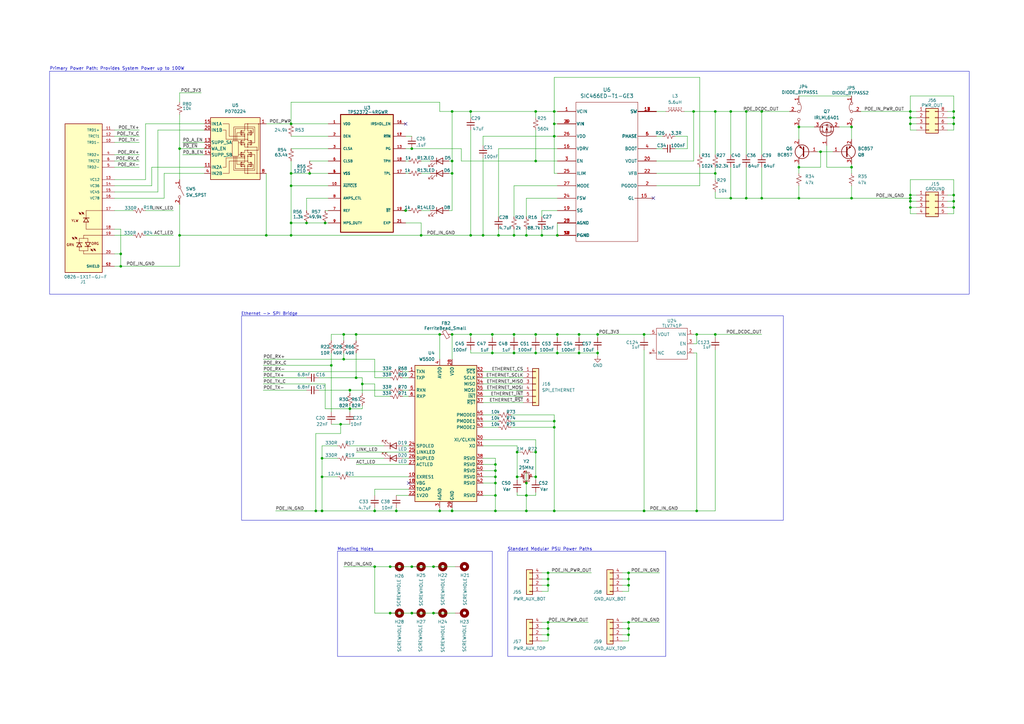
<source format=kicad_sch>
(kicad_sch (version 20250114) (generator "eeschema") (generator_version "9.0")
  (paper "A3")
  (title_block (title "Modular PSU") (company "DanWave Design") (comment 1 "Design By: Daniel Manla") (comment 2 "Open Hardware"))
  (lib_symbols
    (symbol "Connector_Generic:Conn_01x04" (pin_names (offset 1.016) (hide yes))
      (property "Reference" "J" (at 0 5.08 0))
      (property "Value" "Conn_01x04" (at 0 -7.62 0))
      (symbol "Conn_01x04_1_1"
        (pin passive line (at -5.08 2.54 0) (length 3.81) (name "Pin_1") (number "1"))
        (pin passive line (at -5.08 0 0) (length 3.81) (name "Pin_2") (number "2"))
        (pin passive line (at -5.08 -2.54 0) (length 3.81) (name "Pin_3") (number "3"))
        (pin passive line (at -5.08 -5.08 0) (length 3.81) (name "Pin_4") (number "4"))
      )
    )
    (symbol "Connector_Generic:Conn_01x06" (pin_names (offset 1.016) (hide yes))
      (property "Reference" "J" (at 0 7.62 0))
      (property "Value" "Conn_01x06" (at 0 -10.16 0))
      (symbol "Conn_01x06_1_1"
        (pin passive line (at -5.08 5.08 0) (length 3.81) (name "Pin_1") (number "1"))
        (pin passive line (at -5.08 2.54 0) (length 3.81) (name "Pin_2") (number "2"))
        (pin passive line (at -5.08 0 0) (length 3.81) (name "Pin_3") (number "3"))
        (pin passive line (at -5.08 -2.54 0) (length 3.81) (name "Pin_4") (number "4"))
        (pin passive line (at -5.08 -5.08 0) (length 3.81) (name "Pin_5") (number "5"))
        (pin passive line (at -5.08 -7.62 0) (length 3.81) (name "Pin_6") (number "6"))
      )
    )
    (symbol "Connector_Generic:Conn_02x04_Counter_Clockwise" (pin_names (offset 1.016) (hide yes))
      (property "Reference" "J" (at 1.27 5.08 0))
      (property "Value" "Conn_02x04_Counter_Clockwise" (at 1.27 -7.62 0))
      (symbol "Conn_02x04_Counter_Clockwise_1_1"
        (pin passive line (at -5.08 2.54 0) (length 3.81) (name "Pin_1") (number "1"))
        (pin passive line (at -5.08 0 0) (length 3.81) (name "Pin_2") (number "2"))
        (pin passive line (at -5.08 -2.54 0) (length 3.81) (name "Pin_3") (number "3"))
        (pin passive line (at -5.08 -5.08 0) (length 3.81) (name "Pin_4") (number "4"))
        (pin passive line (at 7.62 2.54 180) (length 3.81) (name "Pin_8") (number "8"))
        (pin passive line (at 7.62 0 180) (length 3.81) (name "Pin_7") (number "7"))
        (pin passive line (at 7.62 -2.54 180) (length 3.81) (name "Pin_6") (number "6"))
        (pin passive line (at 7.62 -5.08 180) (length 3.81) (name "Pin_5") (number "5"))
      )
    )
    (symbol "Device:C_Small" (pin_numbers (hide yes)) (pin_names (offset 0.254) (hide yes))
      (property "Reference" "C" (at 0.254 1.778 0))
      (property "Value" "C_Small" (at 0.254 -2.032 0))
      (symbol "C_Small_1_1"
        (pin passive line (at 0 2.54 270) (length 2.032) (name "~") (number "1"))
        (pin passive line (at 0 -2.54 90) (length 2.032) (name "~") (number "2"))
      )
    )
    (symbol "Device:Crystal_GND24_Small" (pin_names (offset 1.016) (hide yes))
      (property "Reference" "Y" (at 1.27 4.445 0))
      (property "Value" "Crystal_GND24_Small" (at 1.27 2.54 0))
      (symbol "Crystal_GND24_Small_1_1"
        (pin passive line (at -2.54 0 0) (length 1.27) (name "1") (number "1"))
        (pin passive line (at 0 2.54 270) (length 0.635) (name "4") (number "4"))
        (pin passive line (at 0 -2.54 90) (length 0.635) (name "2") (number "2"))
        (pin passive line (at 2.54 0 180) (length 1.27) (name "3") (number "3"))
      )
    )
    (symbol "Device:FerriteBead_Small" (pin_numbers (hide yes)) (pin_names (offset 0))
      (property "Reference" "FB" (at 1.905 1.27 0))
      (property "Value" "FerriteBead_Small" (at 1.905 -1.27 0))
      (symbol "FerriteBead_Small_1_1"
        (pin passive line (at 0 2.54 270) (length 1.27) (name "~") (number "1"))
        (pin passive line (at 0 -2.54 90) (length 1.27) (name "~") (number "2"))
      )
    )
    (symbol "Device:LED" (pin_numbers (hide yes)) (pin_names (offset 1.016) (hide yes))
      (property "Reference" "D" (at 0 2.54 0))
      (property "Value" "LED" (at 0 -2.54 0))
      (symbol "LED_1_1"
        (pin passive line (at -3.81 0 0) (length 2.54) (name "K") (number "1"))
        (pin passive line (at 3.81 0 180) (length 2.54) (name "A") (number "2"))
      )
    )
    (symbol "Device:L_Ferrite" (pin_numbers (hide yes)) (pin_names (offset 1.016) (hide yes))
      (property "Reference" "L" (at -1.27 0 90))
      (property "Value" "L_Ferrite" (at 2.794 0 90))
      (symbol "L_Ferrite_1_1"
        (pin passive line (at 0 3.81 270) (length 1.27) (name "1") (number "1"))
        (pin passive line (at 0 -3.81 90) (length 1.27) (name "2") (number "2"))
      )
    )
    (symbol "Device:R_Small_US" (pin_numbers (hide yes)) (pin_names (offset 0.254) (hide yes))
      (property "Reference" "R" (at 0.762 0.508 0))
      (property "Value" "R_Small_US" (at 0.762 -1.016 0))
      (symbol "R_Small_US_1_1"
        (pin passive line (at 0 2.54 270) (length 1.016) (name "~") (number "1"))
        (pin passive line (at 0 -2.54 90) (length 1.016) (name "~") (number "2"))
      )
    )
    (symbol "EXT_DCDC:SIC466ED-T1-GE3" (pin_names (offset 0.254))
      (property "Reference" "U" (at 0 5.08 0))
      (property "Value" "SIC466ED-T1-GE3" (at 0 2.54 0))
      (symbol "SIC466ED-T1-GE3_0_1"
        (pin power_in line (at -20.32 -2.54 0) (length 7.62) (name "VCIN") (number "1"))
        (pin power_in line (at -20.32 -7.62 0) (length 7.62) (name "VIN") (number "29"))
        (pin power_in line (at -20.32 -7.62 0) (length 7.62) (name "VIN") (number "7"))
        (pin power_in line (at -20.32 -7.62 0) (length 7.62) (name "VIN") (number "8"))
        (pin power_in line (at -20.32 -12.7 0) (length 7.62) (name "VDD") (number "26"))
        (pin power_in line (at -20.32 -17.78 0) (length 7.62) (name "VDRV") (number "16"))
        (pin unspecified line (at -20.32 -22.86 0) (length 7.62) (name "EN") (number "3"))
        (pin unspecified line (at -20.32 -27.94 0) (length 7.62) (name "ILIM") (number "25"))
        (pin unspecified line (at -20.32 -33.02 0) (length 7.62) (name "MODE") (number "27"))
        (pin unspecified line (at -20.32 -38.1 0) (length 7.62) (name "FSW") (number "24"))
        (pin unspecified line (at -20.32 -43.18 0) (length 7.62) (name "SS") (number "19"))
        (pin power_out line (at -20.32 -48.26 0) (length 7.62) (name "AGND") (number "23"))
        (pin power_out line (at -20.32 -48.26 0) (length 7.62) (name "AGND") (number "28"))
        (pin power_out line (at -20.32 -53.34 0) (length 7.62) (name "PGND") (number "10"))
        (pin power_out line (at -20.32 -53.34 0) (length 7.62) (name "PGND") (number "11"))
        (pin power_out line (at -20.32 -53.34 0) (length 7.62) (name "PGND") (number "17"))
        (pin power_out line (at -20.32 -53.34 0) (length 7.62) (name "PGND") (number "30"))
        (pin power_out line (at -20.32 -53.34 0) (length 7.62) (name "PGND") (number "9"))
        (pin unspecified line (at 19.05 -38.1 180) (length 7.62) (name "GL") (number "15"))
        (pin unspecified line (at 20.32 -2.54 180) (length 7.62) (name "SW") (number "12"))
        (pin unspecified line (at 20.32 -2.54 180) (length 7.62) (name "SW") (number "13"))
        (pin unspecified line (at 20.32 -2.54 180) (length 7.62) (name "SW") (number "14"))
        (pin unspecified line (at 20.32 -12.7 180) (length 7.62) (name "PHASE") (number "5"))
        (pin unspecified line (at 20.32 -12.7 180) (length 7.62) (name "PHASE") (number "6"))
        (pin power_in line (at 20.32 -17.78 180) (length 7.62) (name "BOOT") (number "4"))
        (pin power_in line (at 20.32 -22.86 180) (length 7.62) (name "VOUT") (number "20"))
        (pin input line (at 20.32 -27.94 180) (length 7.62) (name "VFB") (number "22"))
        (pin output line (at 20.32 -33.02 180) (length 7.62) (name "PGOOD") (number "2"))
      )
      (symbol "SIC466ED-T1-GE3_1_1"
        (pin no_connect line (at 19.05 -53.34 180) (length 7.62) (hide yes) (name "NC") (number "18"))
        (pin no_connect line (at 19.05 -53.34 180) (length 7.62) (hide yes) (name "NC") (number "21"))
      )
    )
    (symbol "EXT_DCDC:TLV741P"
      (property "Reference" "U" (at 0 0 0))
      (property "Value" "TLV741P" (at 0 0 0))
      (symbol "TLV741P_1_1"
        (pin power_in line (at -8.89 -3.81 0) (length 2.54) (name "VIN") (number "1"))
        (pin input line (at -8.89 -7.62 0) (length 2.54) (name "EN") (number "3"))
        (pin power_in line (at -8.89 -11.43 0) (length 2.54) (name "GND") (number "2"))
        (pin power_out line (at 8.89 -3.81 180) (length 2.54) (name "VOUT") (number "5"))
        (pin no_connect line (at 8.89 -11.43 180) (length 2.54) (name "NC") (number "4"))
      )
    )
    (symbol "EXT_POE:0826-1X1T-GJ-F" (pin_names (offset 1.016))
      (property "Reference" "J" (at -7.62 31.75 0))
      (property "Value" "0826-1X1T-GJ-F" (at -7.62 -31.75 0))
      (symbol "0826-1X1T-GJ-F_0_0"
        (text "ORG" (at -6.35 -18.034 0) (effects (font (size 1.016 1.016)) (justify left top)))
        (text "YLW" (at 2.032 -8.636 0) (effects (font (size 1.016 1.016)) (justify left top)))
        (text "GRN" (at 3.81 -18.542 0) (effects (font (size 1.016 1.016)) (justify left top)))
        (pin passive line (at -12.7 27.94 0) (length 5.08) (name "TRD1+") (number "11"))
        (pin passive line (at -12.7 25.4 0) (length 5.08) (name "TRCT1") (number "12"))
        (pin passive line (at -12.7 22.86 0) (length 5.08) (name "TRD1-") (number "10"))
        (pin passive line (at -12.7 17.78 0) (length 5.08) (name "TRD2+") (number "4"))
        (pin passive line (at -12.7 15.24 0) (length 5.08) (name "TRCT2") (number "6"))
        (pin passive line (at -12.7 12.7 0) (length 5.08) (name "TRD2-") (number "5"))
        (pin passive line (at -12.7 7.62 0) (length 5.08) (name "VC12") (number "13"))
        (pin passive line (at -12.7 5.08 0) (length 5.08) (name "VC36") (number "14"))
        (pin passive line (at -12.7 2.54 0) (length 5.08) (name "VC45") (number "15"))
        (pin passive line (at -12.7 0 0) (length 5.08) (name "VC78") (number "16"))
        (pin passive line (at -12.7 -5.08 0) (length 5.08) (name "~") (number "17"))
        (pin passive line (at -12.7 -12.7 0) (length 5.08) (name "~") (number "18"))
        (pin passive line (at -12.7 -15.24 0) (length 5.08) (name "~") (number "19"))
        (pin passive line (at -12.7 -22.86 0) (length 5.08) (name "~") (number "20"))
        (pin passive line (at -12.7 -27.94 0) (length 5.08) (name "SHIELD") (number "S1"))
        (pin passive line (at -12.7 -27.94 0) (length 5.08) (name "SHIELD") (number "S2"))
      )
    )
    (symbol "EXT_POE:TPS2372-4RGWR" (pin_names (offset 1.016))
      (property "Reference" "U" (at -12.7 26.4 0))
      (property "Value" "TPS2372-4RGWR" (at -8.382 26.162 0))
      (symbol "TPS2372-4RGWR_0_0"
        (pin power_in line (at -16.51 21.59 0) (length 5.08) (name "VDD") (number "1"))
        (pin bidirectional line (at -16.51 16.51 0) (length 5.08) (name "DEN") (number "2"))
        (pin output line (at -16.51 11.43 0) (length 5.08) (name "CLSA") (number "3"))
        (pin output line (at -16.51 6.35 0) (length 5.08) (name "CLSB") (number "6"))
        (pin power_in line (at -16.51 1.27 0) (length 5.08) (name "VSS") (number "4"))
        (pin power_in line (at -16.51 1.27 0) (length 5.08) (name "VSS") (number "5"))
        (pin input line (at -16.51 -3.81 0) (length 5.08) (name "~{AUTCLS}") (number "10"))
        (pin output line (at -16.51 -8.89 0) (length 5.08) (name "AMPS_CTL") (number "8"))
        (pin output line (at -16.51 -13.97 0) (length 5.08) (name "REF") (number "7"))
        (pin input line (at -16.51 -19.05 0) (length 5.08) (name "MPS_DUTY") (number "9"))
        (pin input line (at 15.24 21.59 180) (length 5.08) (name "IRSHDL_EN") (number "16"))
        (pin bidirectional line (at 15.24 16.51 180) (length 5.08) (name "RTN") (number "11"))
        (pin bidirectional line (at 15.24 16.51 180) (length 5.08) (name "RTN") (number "12"))
        (pin output line (at 15.24 11.43 180) (length 5.08) (name "PG") (number "13"))
        (pin output line (at 15.24 6.35 180) (length 5.08) (name "TPH") (number "18"))
        (pin output line (at 15.24 1.27 180) (length 5.08) (name "TPL") (number "17"))
        (pin output line (at 15.24 -13.97 180) (length 5.08) (name "~{BT}") (number "19"))
        (pin power_in line (at 15.24 -19.05 180) (length 5.08) (name "EXP") (number "21"))
      )
    )
    (symbol "Interface_Ethernet:W5500"
      (property "Reference" "U" (at -11.43 29.21 0))
      (property "Value" "W5500" (at 8.89 29.21 0))
      (symbol "W5500_1_1"
        (pin input line (at -15.24 25.4 0) (length 2.54) (name "~{SCS}") (number "32"))
        (pin input line (at -15.24 22.86 0) (length 2.54) (name "SCLK") (number "33"))
        (pin output line (at -15.24 20.32 0) (length 2.54) (name "MISO") (number "34"))
        (pin input line (at -15.24 17.78 0) (length 2.54) (name "MOSI") (number "35"))
        (pin input line (at -15.24 15.24 0) (length 2.54) (name "~{INT}") (number "36"))
        (pin input line (at -15.24 12.7 0) (length 2.54) (name "~{RST}") (number "37"))
        (pin input line (at -15.24 7.62 0) (length 2.54) (name "PMODE0") (number "45"))
        (pin input line (at -15.24 5.08 0) (length 2.54) (name "PMODE1") (number "44"))
        (pin input line (at -15.24 2.54 0) (length 2.54) (name "PMODE2") (number "43"))
        (pin input line (at -15.24 -2.54 0) (length 2.54) (name "XI/CLKIN") (number "30"))
        (pin output line (at -15.24 -5.08 0) (length 2.54) (name "XO") (number "31"))
        (pin input line (at -15.24 -10.16 0) (length 2.54) (name "RSVD") (number "38"))
        (pin input line (at -15.24 -12.7 0) (length 2.54) (name "RSVD") (number "39"))
        (pin input line (at -15.24 -15.24 0) (length 2.54) (name "RSVD") (number "40"))
        (pin input line (at -15.24 -17.78 0) (length 2.54) (name "RSVD") (number "41"))
        (pin input line (at -15.24 -20.32 0) (length 2.54) (name "RSVD") (number "42"))
        (pin input line (at -15.24 -25.4 0) (length 2.54) (name "RSVD") (number "23"))
        (pin power_in line (at -2.54 30.48 270) (length 2.54) (name "VDD") (number "28"))
        (pin power_in line (at -2.54 -30.48 90) (length 2.54) (name "GND") (number "29"))
        (pin passive line (at 2.54 30.48 270) (length 2.54) (hide yes) (name "AVDD") (number "11"))
        (pin passive line (at 2.54 30.48 270) (length 2.54) (hide yes) (name "AVDD") (number "15"))
        (pin passive line (at 2.54 30.48 270) (length 2.54) (hide yes) (name "AVDD") (number "17"))
        (pin passive line (at 2.54 30.48 270) (length 2.54) (hide yes) (name "AVDD") (number "21"))
        (pin power_in line (at 2.54 30.48 270) (length 2.54) (name "AVDD") (number "4"))
        (pin passive line (at 2.54 30.48 270) (length 2.54) (hide yes) (name "AVDD") (number "8"))
        (pin passive line (at 2.54 -30.48 90) (length 2.54) (hide yes) (name "AGND") (number "14"))
        (pin passive line (at 2.54 -30.48 90) (length 2.54) (hide yes) (name "AGND") (number "16"))
        (pin passive line (at 2.54 -30.48 90) (length 2.54) (hide yes) (name "AGND") (number "19"))
        (pin power_in line (at 2.54 -30.48 90) (length 2.54) (name "AGND") (number "3"))
        (pin passive line (at 2.54 -30.48 90) (length 2.54) (hide yes) (name "AGND") (number "48"))
        (pin passive line (at 2.54 -30.48 90) (length 2.54) (hide yes) (name "AGND") (number "9"))
        (pin no_connect line (at 12.7 10.16 180) (length 2.54) (hide yes) (name "DNC") (number "7"))
        (pin no_connect line (at 12.7 7.62 180) (length 2.54) (hide yes) (name "NC") (number "12"))
        (pin no_connect line (at 12.7 5.08 180) (length 2.54) (hide yes) (name "NC") (number "13"))
        (pin no_connect line (at 12.7 2.54 180) (length 2.54) (hide yes) (name "NC") (number "46"))
        (pin no_connect line (at 12.7 0 180) (length 2.54) (hide yes) (name "NC") (number "47"))
        (pin output line (at 15.24 25.4 180) (length 2.54) (name "TXN") (number "1"))
        (pin output line (at 15.24 22.86 180) (length 2.54) (name "TXP") (number "2"))
        (pin input line (at 15.24 17.78 180) (length 2.54) (name "RXN") (number "5"))
        (pin input line (at 15.24 15.24 180) (length 2.54) (name "RXP") (number "6"))
        (pin output line (at 15.24 -5.08 180) (length 2.54) (name "SPDLED") (number "24"))
        (pin output line (at 15.24 -7.62 180) (length 2.54) (name "LINKLED") (number "25"))
        (pin output line (at 15.24 -10.16 180) (length 2.54) (name "DUPLED") (number "26"))
        (pin output line (at 15.24 -12.7 180) (length 2.54) (name "ACTLED") (number "27"))
        (pin passive line (at 15.24 -17.78 180) (length 2.54) (name "EXRES1") (number "10"))
        (pin passive line (at 15.24 -20.32 180) (length 2.54) (name "VBG") (number "18"))
        (pin passive line (at 15.24 -22.86 180) (length 2.54) (name "TOCAP") (number "20"))
        (pin output line (at 15.24 -25.4 180) (length 2.54) (name "1V2O") (number "22"))
      )
    )
    (symbol "Jumper:Jumper_3_Bridged12" (pin_names (offset 0) (hide yes)) (exclude_from_sim yes) (in_bom no)
      (property "Reference" "JP" (at -2.54 -2.54 0))
      (property "Value" "Jumper_3_Bridged12" (at 0 2.794 0))
      (symbol "Jumper_3_Bridged12_1_1"
        (pin passive line (at -6.35 0 0) (length 2.54) (name "A") (number "1"))
        (pin passive line (at 0 -3.81 90) (length 2.54) (name "C") (number "2"))
        (pin passive line (at 6.35 0 180) (length 2.54) (name "B") (number "3"))
      )
    )
    (symbol "LED_1" (pin_numbers (hide yes)) (pin_names (offset 1.016) (hide yes))
      (property "Reference" "D" (at 0 2.54 0))
      (property "Value" "LED" (at 0 -2.54 0))
      (symbol "LED_1_1_1"
        (pin passive line (at -3.81 0 0) (length 2.54) (name "K") (number "1"))
        (pin passive line (at 3.81 0 180) (length 2.54) (name "A") (number "2"))
      )
    )
    (symbol "LED_2" (pin_numbers (hide yes)) (pin_names (offset 1.016) (hide yes))
      (property "Reference" "D" (at 0 2.54 0))
      (property "Value" "LED" (at 0 -2.54 0))
      (symbol "LED_2_1_1"
        (pin passive line (at -3.81 0 0) (length 2.54) (name "K") (number "1"))
        (pin passive line (at 3.81 0 180) (length 2.54) (name "A") (number "2"))
      )
    )
    (symbol "Mechanical:MountingHole_Pad" (pin_numbers (hide yes)) (pin_names (offset 1.016) (hide yes)) (exclude_from_sim yes) (in_bom no)
      (property "Reference" "H" (at 0 6.35 0))
      (property "Value" "MountingHole_Pad" (at 0 4.445 0))
      (symbol "MountingHole_Pad_1_1"
        (pin input line (at 0 -2.54 90) (length 2.54) (name "1") (number "1"))
      )
    )
    (symbol "Power_Management:PD70224" (pin_names (offset 0.254))
      (property "Reference" "U" (at -10.16 13.97 0))
      (property "Value" "PD70224" (at 10.16 13.97 0))
      (symbol "PD70224_1_1"
        (pin passive line (at -12.7 10.16 0) (length 2.54) (name "IN1A") (number "15"))
        (pin passive line (at -12.7 10.16 0) (length 2.54) (hide yes) (name "IN1A") (number "16"))
        (pin passive line (at -12.7 10.16 0) (length 2.54) (hide yes) (name "IN1A") (number "27"))
        (pin passive line (at -12.7 10.16 0) (length 2.54) (hide yes) (name "IN1A") (number "28"))
        (pin passive line (at -12.7 7.62 0) (length 2.54) (name "IN1B") (number "20"))
        (pin passive line (at -12.7 7.62 0) (length 2.54) (hide yes) (name "IN1B") (number "21"))
        (pin passive line (at -12.7 7.62 0) (length 2.54) (hide yes) (name "IN1B") (number "22"))
        (pin passive line (at -12.7 7.62 0) (length 2.54) (hide yes) (name "IN1B") (number "23"))
        (pin input line (at -12.7 2.54 0) (length 2.54) (name "SUPP_SA") (number "13"))
        (pin input line (at -12.7 0 0) (length 2.54) (name "WA_EN") (number "29"))
        (pin input line (at -12.7 -2.54 0) (length 2.54) (name "SUPP_SB") (number "14"))
        (pin passive line (at -12.7 -7.62 0) (length 2.54) (name "IN2A") (number "11"))
        (pin passive line (at -12.7 -7.62 0) (length 2.54) (hide yes) (name "IN2A") (number "12"))
        (pin passive line (at -12.7 -7.62 0) (length 2.54) (hide yes) (name "IN2A") (number "31"))
        (pin passive line (at -12.7 -7.62 0) (length 2.54) (hide yes) (name "IN2A") (number "32"))
        (pin passive line (at -12.7 -10.16 0) (length 2.54) (name "IN2B") (number "4"))
        (pin passive line (at -12.7 -10.16 0) (length 2.54) (hide yes) (name "IN2B") (number "5"))
        (pin passive line (at -12.7 -10.16 0) (length 2.54) (hide yes) (name "IN2B") (number "6"))
        (pin passive line (at -12.7 -10.16 0) (length 2.54) (hide yes) (name "IN2B") (number "7"))
        (pin no_connect line (at -10.16 5.08 0) (length 2.54) (hide yes) (name "NC") (number "30"))
        (pin power_in line (at 12.7 10.16 180) (length 2.54) (name "~") (number "1"))
        (pin passive line (at 12.7 10.16 180) (length 2.54) (hide yes) (name "~") (number "2"))
        (pin passive line (at 12.7 10.16 180) (length 2.54) (hide yes) (name "~") (number "24"))
        (pin passive line (at 12.7 10.16 180) (length 2.54) (hide yes) (name "~") (number "25"))
        (pin passive line (at 12.7 10.16 180) (length 2.54) (hide yes) (name "~") (number "26"))
        (pin passive line (at 12.7 10.16 180) (length 2.54) (hide yes) (name "~") (number "3"))
        (pin passive line (at 12.7 10.16 180) (length 2.54) (hide yes) (name "~") (number "33"))
        (pin passive line (at 12.7 -10.16 180) (length 2.54) (hide yes) (name "~") (number "10"))
        (pin passive line (at 12.7 -10.16 180) (length 2.54) (hide yes) (name "~") (number "17"))
        (pin passive line (at 12.7 -10.16 180) (length 2.54) (hide yes) (name "~") (number "18"))
        (pin passive line (at 12.7 -10.16 180) (length 2.54) (hide yes) (name "~") (number "19"))
        (pin passive line (at 12.7 -10.16 180) (length 2.54) (hide yes) (name "~") (number "34"))
        (pin power_in line (at 12.7 -10.16 180) (length 2.54) (name "~") (number "8"))
        (pin passive line (at 12.7 -10.16 180) (length 2.54) (hide yes) (name "~") (number "9"))
      )
    )
    (symbol "Switch:SW_SPST" (pin_names (offset 0) (hide yes))
      (property "Reference" "SW" (at 0 3.175 0))
      (property "Value" "SW_SPST" (at 0 -2.54 0))
      (symbol "SW_SPST_1_1"
        (pin passive line (at -5.08 0 0) (length 2.54) (name "A") (number "1"))
        (pin passive line (at 5.08 0 180) (length 2.54) (name "B") (number "2"))
      )
    )
    (symbol "Transistor_BJT:BC857" (pin_names (offset 0) (hide yes))
      (property "Reference" "Q" (at 5.08 1.905 0))
      (property "Value" "BC857" (at 5.08 0 0))
      (symbol "BC857_1_1"
        (pin input line (at -5.08 0 0) (length 2.54) (name "B") (number "1"))
        (pin passive line (at 2.54 5.08 270) (length 2.54) (name "C") (number "3"))
        (pin passive line (at 2.54 -5.08 90) (length 2.54) (name "E") (number "2"))
      )
    )
    (symbol "Transistor_FET:IRLML6401" (pin_names (hide yes))
      (property "Reference" "Q" (at 5.08 1.905 0))
      (property "Value" "IRLML6401" (at 5.08 0 0))
      (symbol "IRLML6401_1_1"
        (pin input line (at -5.08 0 0) (length 2.54) (name "G") (number "1"))
        (pin passive line (at 2.54 5.08 270) (length 2.54) (name "D") (number "3"))
        (pin passive line (at 2.54 -5.08 90) (length 2.54) (name "S") (number "2"))
      )
    )
    (symbol "power:GND" (power) (pin_names (offset 0))
      (property "Value" "GND" (at 0 -3.81 0))
      (symbol "GND_1_1"
        (pin power_in line (at 0 0 270) (length 0) (hide yes) (name "GND") (number "1"))
      )
    )
  )
  (rectangle (start 208.28 226.06) (end 273.05 269.24))
  (rectangle (start 20.32 29.21) (end 397.51 120.65))
  (rectangle (start 99.06 129.54) (end 321.31 213.36))
  (rectangle (start 138.43 226.06) (end 201.93 269.24))
  (text "Primary Power Path: Provides System Power up to 100W" (at 48.006 28.194 0) (effects (font (size 1.27 1.27))))
  (text "Ethernet -> SPI Bridge" (at 110.49 128.778 0) (effects (font (size 1.27 1.27))))
  (text "Standard Modular PSU Power Paths" (at 225.552 225.298 0) (effects (font (size 1.27 1.27))))
  (text "Mounting Holes" (at 145.796 225.298 0) (effects (font (size 1.27 1.27))))
  (junction (at 257.81 237.49))
  (junction (at 391.16 50.8))
  (junction (at 203.2 198.12))
  (junction (at 391.16 82.55))
  (junction (at 373.38 48.26))
  (junction (at 327.66 81.28))
  (junction (at 227.33 209.55))
  (junction (at 219.71 66.04))
  (junction (at 327.66 52.07))
  (junction (at 203.2 209.55))
  (junction (at 224.79 260.35))
  (junction (at 203.2 195.58))
  (junction (at 312.42 81.28))
  (junction (at 203.2 193.04))
  (junction (at 193.04 45.72))
  (junction (at 73.66 96.52))
  (junction (at 391.16 48.26))
  (junction (at 285.75 209.55))
  (junction (at 293.37 137.16))
  (junction (at 219.71 137.16))
  (junction (at 373.38 82.55))
  (junction (at 224.79 234.95))
  (junction (at 219.71 45.72))
  (junction (at 143.51 160.02))
  (junction (at 285.75 137.16))
  (junction (at 162.56 209.55))
  (junction (at 299.72 45.72))
  (junction (at 219.71 185.42))
  (junction (at 185.42 209.55))
  (junction (at 264.16 209.55))
  (junction (at 373.38 80.01))
  (junction (at 143.51 167.64))
  (junction (at 284.48 45.72))
  (junction (at 373.38 81.28))
  (junction (at 227.33 175.26))
  (junction (at 237.49 137.16))
  (junction (at 257.81 240.03))
  (junction (at 210.82 144.78))
  (junction (at 219.71 144.78))
  (junction (at 204.47 96.52))
  (junction (at 257.81 255.27))
  (junction (at 140.97 137.16))
  (junction (at 215.9 203.2))
  (junction (at 373.38 45.72))
  (junction (at 227.33 50.8))
  (junction (at 125.73 91.44))
  (junction (at 237.49 144.78))
  (junction (at 215.9 209.55))
  (junction (at 119.38 71.12))
  (junction (at 139.7 173.99))
  (junction (at 198.12 96.52))
  (junction (at 177.8 251.46))
  (junction (at 349.25 52.07))
  (junction (at 245.11 137.16))
  (junction (at 224.79 240.03))
  (junction (at 49.53 104.14))
  (junction (at 132.08 187.96))
  (junction (at 166.37 86.36))
  (junction (at 293.37 45.72))
  (junction (at 185.42 137.16))
  (junction (at 168.91 232.41))
  (junction (at 215.9 96.52))
  (junction (at 391.16 45.72))
  (junction (at 228.6 96.52))
  (junction (at 119.38 91.44))
  (junction (at 203.2 203.2))
  (junction (at 109.22 96.52))
  (junction (at 172.72 96.52))
  (junction (at 373.38 50.8))
  (junction (at 132.08 209.55))
  (junction (at 201.93 144.78))
  (junction (at 391.16 85.09))
  (junction (at 349.25 68.58))
  (junction (at 153.67 232.41))
  (junction (at 245.11 144.78))
  (junction (at 148.59 157.48))
  (junction (at 185.42 66.04))
  (junction (at 119.38 96.52))
  (junction (at 257.81 257.81))
  (junction (at 373.38 85.09))
  (junction (at 212.09 185.42))
  (junction (at 299.72 81.28))
  (junction (at 185.42 71.12))
  (junction (at 129.54 209.55))
  (junction (at 215.9 198.12))
  (junction (at 228.6 144.78))
  (junction (at 160.02 251.46))
  (junction (at 227.33 172.72))
  (junction (at 140.97 147.32))
  (junction (at 228.6 137.16))
  (junction (at 257.81 234.95))
  (junction (at 219.71 195.58))
  (junction (at 177.8 232.41))
  (junction (at 146.05 137.16))
  (junction (at 203.2 190.5))
  (junction (at 327.66 68.58))
  (junction (at 73.66 60.96))
  (junction (at 132.08 195.58))
  (junction (at 391.16 80.01))
  (junction (at 336.55 62.23))
  (junction (at 222.25 96.52))
  (junction (at 306.07 45.72))
  (junction (at 49.53 109.22))
  (junction (at 168.91 251.46))
  (junction (at 119.38 50.8))
  (junction (at 127 71.12))
  (junction (at 193.04 96.52))
  (junction (at 293.37 71.12))
  (junction (at 193.04 137.16))
  (junction (at 257.81 260.35))
  (junction (at 133.35 91.44))
  (junction (at 146.05 154.94))
  (junction (at 210.82 137.16))
  (junction (at 312.42 45.72))
  (junction (at 153.67 209.55))
  (junction (at 224.79 237.49))
  (junction (at 227.33 55.88))
  (junction (at 119.38 76.2))
  (junction (at 227.33 45.72))
  (junction (at 180.34 209.55))
  (junction (at 210.82 96.52))
  (junction (at 135.89 149.86))
  (junction (at 160.02 232.41))
  (junction (at 306.07 81.28))
  (junction (at 201.93 137.16))
  (junction (at 349.25 81.28))
  (junction (at 224.79 255.27))
  (junction (at 212.09 195.58))
  (junction (at 168.91 60.96))
  (junction (at 224.79 257.81))
  (junction (at 264.16 137.16))
  (junction (at 185.42 45.72))
  (junction (at 180.34 137.16))
  (no_connect (at 267.97 81.28))
  (no_connect (at 167.64 198.12))
  (no_connect (at 166.37 50.8))
  (wire (pts (xy 107.95 149.86) (xy 135.89 149.86)))
  (wire (pts (xy 184.15 71.12) (xy 185.42 71.12)))
  (wire (pts (xy 135.89 149.86) (xy 135.89 168.91)))
  (wire (pts (xy 167.64 162.56) (xy 165.1 162.56)))
  (wire (pts (xy 284.48 45.72) (xy 280.67 45.72)))
  (wire (pts (xy 269.24 45.72) (xy 273.05 45.72)))
  (wire (pts (xy 293.37 209.55) (xy 285.75 209.55)))
  (wire (pts (xy 373.38 39.37) (xy 391.16 39.37)))
  (wire (pts (xy 201.93 137.16) (xy 193.04 137.16)))
  (wire (pts (xy 46.99 63.5) (xy 57.15 63.5)))
  (wire (pts (xy 172.72 96.52) (xy 193.04 96.52)))
  (wire (pts (xy 185.42 208.28) (xy 185.42 209.55)))
  (wire (pts (xy 139.7 177.8) (xy 129.54 177.8)))
  (wire (pts (xy 198.12 187.96) (xy 203.2 187.96)))
  (wire (pts (xy 245.11 144.78) (xy 245.11 146.05)))
  (wire (pts (xy 375.92 85.09) (xy 373.38 85.09)))
  (wire (pts (xy 134.62 76.2) (xy 119.38 76.2)))
  (wire (pts (xy 143.51 167.64) (xy 143.51 166.37)))
  (wire (pts (xy 312.42 45.72) (xy 312.42 63.5)))
  (wire (pts (xy 391.16 82.55) (xy 391.16 80.01)))
  (wire (pts (xy 140.97 144.78) (xy 140.97 147.32)))
  (wire (pts (xy 119.38 76.2) (xy 119.38 71.12)))
  (wire (pts (xy 213.36 195.58) (xy 212.09 195.58)))
  (wire (pts (xy 73.66 38.1) (xy 73.66 41.91)))
  (wire (pts (xy 193.04 53.34) (xy 193.04 96.52)))
  (wire (pts (xy 227.33 175.26) (xy 227.33 209.55)))
  (wire (pts (xy 64.77 53.34) (xy 83.82 53.34)))
  (wire (pts (xy 119.38 50.8) (xy 134.62 50.8)))
  (wire (pts (xy 219.71 53.34) (xy 219.71 66.04)))
  (wire (pts (xy 349.25 76.2) (xy 349.25 81.28)))
  (wire (pts (xy 219.71 180.34) (xy 219.71 185.42)))
  (wire (pts (xy 299.72 45.72) (xy 306.07 45.72)))
  (wire (pts (xy 133.35 157.48) (xy 133.35 167.64)))
  (wire (pts (xy 281.94 55.88) (xy 276.86 55.88)))
  (wire (pts (xy 46.99 78.74) (xy 64.77 78.74)))
  (wire (pts (xy 219.71 45.72) (xy 227.33 45.72)))
  (wire (pts (xy 349.25 57.15) (xy 349.25 52.07)))
  (wire (pts (xy 64.77 53.34) (xy 64.77 78.74)))
  (wire (pts (xy 327.66 57.15) (xy 327.66 52.07)))
  (wire (pts (xy 219.71 137.16) (xy 219.71 138.43)))
  (wire (pts (xy 107.95 154.94) (xy 125.73 154.94)))
  (wire (pts (xy 214.63 162.56) (xy 198.12 162.56)))
  (wire (pts (xy 148.59 154.94) (xy 148.59 157.48)))
  (wire (pts (xy 134.62 71.12) (xy 127 71.12)))
  (wire (pts (xy 228.6 86.36) (xy 222.25 86.36)))
  (wire (pts (xy 349.25 52.07) (xy 344.17 52.07)))
  (wire (pts (xy 339.09 68.58) (xy 339.09 59.69)))
  (wire (pts (xy 135.89 173.99) (xy 139.7 173.99)))
  (wire (pts (xy 109.22 50.8) (xy 119.38 50.8)))
  (wire (pts (xy 185.42 86.36) (xy 184.15 86.36)))
  (wire (pts (xy 269.24 71.12) (xy 293.37 71.12)))
  (wire (pts (xy 166.37 60.96) (xy 168.91 60.96)))
  (wire (pts (xy 193.04 45.72) (xy 219.71 45.72)))
  (wire (pts (xy 215.9 93.98) (xy 215.9 96.52)))
  (wire (pts (xy 269.24 55.88) (xy 271.78 55.88)))
  (wire (pts (xy 222.25 93.98) (xy 222.25 96.52)))
  (wire (pts (xy 166.37 86.36) (xy 167.64 86.36)))
  (wire (pts (xy 198.12 64.77) (xy 198.12 96.52)))
  (wire (pts (xy 204.47 170.18) (xy 198.12 170.18)))
  (wire (pts (xy 146.05 154.94) (xy 148.59 154.94)))
  (wire (pts (xy 257.81 255.27) (xy 270.51 255.27)))
  (wire (pts (xy 224.79 260.35) (xy 224.79 257.81)))
  (wire (pts (xy 255.27 257.81) (xy 257.81 257.81)))
  (wire (pts (xy 189.23 66.04) (xy 219.71 66.04)))
  (wire (pts (xy 132.08 182.88) (xy 132.08 187.96)))
  (wire (pts (xy 284.48 45.72) (xy 293.37 45.72)))
  (wire (pts (xy 257.81 257.81) (xy 257.81 255.27)))
  (wire (pts (xy 133.35 91.44) (xy 134.62 91.44)))
  (wire (pts (xy 255.27 260.35) (xy 257.81 260.35)))
  (wire (pts (xy 193.04 137.16) (xy 185.42 137.16)))
  (wire (pts (xy 293.37 45.72) (xy 293.37 63.5)))
  (wire (pts (xy 287.02 31.75) (xy 227.33 31.75)))
  (wire (pts (xy 306.07 45.72) (xy 312.42 45.72)))
  (wire (pts (xy 227.33 209.55) (xy 264.16 209.55)))
  (wire (pts (xy 210.82 93.98) (xy 210.82 96.52)))
  (wire (pts (xy 153.67 251.46) (xy 160.02 251.46)))
  (wire (pts (xy 167.64 203.2) (xy 162.56 203.2)))
  (wire (pts (xy 143.51 160.02) (xy 143.51 161.29)))
  (wire (pts (xy 210.82 96.52) (xy 215.9 96.52)))
  (wire (pts (xy 227.33 55.88) (xy 227.33 50.8)))
  (wire (pts (xy 125.73 81.28) (xy 125.73 86.36)))
  (wire (pts (xy 336.55 62.23) (xy 336.55 68.58)))
  (wire (pts (xy 201.93 144.78) (xy 201.93 143.51)))
  (wire (pts (xy 184.15 66.04) (xy 185.42 66.04)))
  (wire (pts (xy 222.25 86.36) (xy 222.25 88.9)))
  (wire (pts (xy 203.2 187.96) (xy 203.2 190.5)))
  (wire (pts (xy 129.54 209.55) (xy 132.08 209.55)))
  (wire (pts (xy 215.9 198.12) (xy 215.9 203.2)))
  (wire (pts (xy 215.9 96.52) (xy 222.25 96.52)))
  (wire (pts (xy 212.09 195.58) (xy 212.09 185.42)))
  (wire (pts (xy 375.92 48.26) (xy 373.38 48.26)))
  (wire (pts (xy 210.82 88.9) (xy 210.82 76.2)))
  (wire (pts (xy 168.91 60.96) (xy 189.23 60.96)))
  (wire (pts (xy 373.38 73.66) (xy 391.16 73.66)))
  (wire (pts (xy 312.42 137.16) (xy 293.37 137.16)))
  (wire (pts (xy 46.99 58.42) (xy 57.15 58.42)))
  (wire (pts (xy 306.07 45.72) (xy 306.07 63.5)))
  (wire (pts (xy 185.42 45.72) (xy 185.42 66.04)))
  (wire (pts (xy 203.2 195.58) (xy 203.2 198.12)))
  (wire (pts (xy 180.34 209.55) (xy 185.42 209.55)))
  (wire (pts (xy 172.72 91.44) (xy 166.37 91.44)))
  (wire (pts (xy 257.81 234.95) (xy 270.51 234.95)))
  (wire (pts (xy 284.48 66.04) (xy 284.48 45.72)))
  (wire (pts (xy 177.8 232.41) (xy 168.91 232.41)))
  (wire (pts (xy 227.33 71.12) (xy 227.33 55.88)))
  (wire (pts (xy 388.62 82.55) (xy 391.16 82.55)))
  (wire (pts (xy 139.7 173.99) (xy 139.7 177.8)))
  (wire (pts (xy 74.93 63.5) (xy 83.82 63.5)))
  (wire (pts (xy 237.49 144.78) (xy 245.11 144.78)))
  (wire (pts (xy 327.66 67.31) (xy 327.66 68.58)))
  (wire (pts (xy 219.71 66.04) (xy 228.6 66.04)))
  (wire (pts (xy 391.16 85.09) (xy 391.16 82.55)))
  (wire (pts (xy 293.37 78.74) (xy 293.37 81.28)))
  (wire (pts (xy 46.99 66.04) (xy 57.15 66.04)))
  (wire (pts (xy 46.99 104.14) (xy 49.53 104.14)))
  (wire (pts (xy 140.97 232.41) (xy 153.67 232.41)))
  (wire (pts (xy 193.04 45.72) (xy 193.04 48.26)))
  (wire (pts (xy 109.22 96.52) (xy 119.38 96.52)))
  (wire (pts (xy 237.49 137.16) (xy 228.6 137.16)))
  (wire (pts (xy 203.2 198.12) (xy 203.2 203.2)))
  (wire (pts (xy 293.37 137.16) (xy 285.75 137.16)))
  (wire (pts (xy 391.16 48.26) (xy 391.16 45.72)))
  (wire (pts (xy 336.55 62.23) (xy 341.63 62.23)))
  (wire (pts (xy 373.38 81.28) (xy 373.38 80.01)))
  (wire (pts (xy 140.97 137.16) (xy 135.89 137.16)))
  (wire (pts (xy 269.24 66.04) (xy 284.48 66.04)))
  (wire (pts (xy 209.55 170.18) (xy 227.33 170.18)))
  (wire (pts (xy 193.04 96.52) (xy 198.12 96.52)))
  (wire (pts (xy 167.64 195.58) (xy 143.51 195.58)))
  (wire (pts (xy 119.38 71.12) (xy 119.38 66.04)))
  (wire (pts (xy 73.66 96.52) (xy 109.22 96.52)))
  (wire (pts (xy 49.53 104.14) (xy 49.53 109.22)))
  (wire (pts (xy 166.37 71.12) (xy 167.64 71.12)))
  (wire (pts (xy 198.12 96.52) (xy 204.47 96.52)))
  (wire (pts (xy 306.07 81.28) (xy 312.42 81.28)))
  (wire (pts (xy 46.99 76.2) (xy 62.23 76.2)))
  (wire (pts (xy 215.9 203.2) (xy 215.9 209.55)))
  (wire (pts (xy 224.79 262.89) (xy 224.79 260.35)))
  (wire (pts (xy 46.99 86.36) (xy 54.61 86.36)))
  (wire (pts (xy 46.99 109.22) (xy 49.53 109.22)))
  (wire (pts (xy 125.73 91.44) (xy 133.35 91.44)))
  (wire (pts (xy 327.66 39.37) (xy 349.25 39.37)))
  (wire (pts (xy 198.12 55.88) (xy 198.12 59.69)))
  (wire (pts (xy 391.16 39.37) (xy 391.16 45.72)))
  (wire (pts (xy 373.38 85.09) (xy 373.38 82.55)))
  (wire (pts (xy 140.97 147.32) (xy 107.95 147.32)))
  (wire (pts (xy 130.81 154.94) (xy 146.05 154.94)))
  (wire (pts (xy 109.22 71.12) (xy 109.22 96.52)))
  (wire (pts (xy 119.38 41.91) (xy 180.34 41.91)))
  (wire (pts (xy 162.56 208.28) (xy 162.56 209.55)))
  (wire (pts (xy 222.25 234.95) (xy 224.79 234.95)))
  (wire (pts (xy 210.82 137.16) (xy 201.93 137.16)))
  (wire (pts (xy 228.6 71.12) (xy 227.33 71.12)))
  (wire (pts (xy 285.75 144.78) (xy 285.75 209.55)))
  (wire (pts (xy 219.71 185.42) (xy 218.44 185.42)))
  (wire (pts (xy 228.6 143.51) (xy 228.6 144.78)))
  (wire (pts (xy 133.35 86.36) (xy 134.62 86.36)))
  (wire (pts (xy 353.06 45.72) (xy 373.38 45.72)))
  (wire (pts (xy 165.1 86.36) (xy 166.37 86.36)))
  (wire (pts (xy 193.04 143.51) (xy 193.04 144.78)))
  (wire (pts (xy 204.47 60.96) (xy 204.47 88.9)))
  (wire (pts (xy 201.93 144.78) (xy 210.82 144.78)))
  (wire (pts (xy 388.62 50.8) (xy 391.16 50.8)))
  (wire (pts (xy 140.97 137.16) (xy 140.97 139.7)))
  (wire (pts (xy 335.28 62.23) (xy 336.55 62.23)))
  (wire (pts (xy 129.54 177.8) (xy 129.54 209.55)))
  (wire (pts (xy 189.23 60.96) (xy 189.23 66.04)))
  (wire (pts (xy 228.6 81.28) (xy 215.9 81.28)))
  (wire (pts (xy 46.99 96.52) (xy 54.61 96.52)))
  (wire (pts (xy 255.27 234.95) (xy 257.81 234.95)))
  (wire (pts (xy 204.47 96.52) (xy 210.82 96.52)))
  (wire (pts (xy 215.9 193.04) (xy 215.9 198.12)))
  (wire (pts (xy 219.71 185.42) (xy 219.71 195.58)))
  (wire (pts (xy 213.36 185.42) (xy 212.09 185.42)))
  (wire (pts (xy 227.33 55.88) (xy 198.12 55.88)))
  (wire (pts (xy 349.25 68.58) (xy 349.25 71.12)))
  (wire (pts (xy 245.11 137.16) (xy 264.16 137.16)))
  (wire (pts (xy 204.47 60.96) (xy 228.6 60.96)))
  (wire (pts (xy 107.95 157.48) (xy 133.35 157.48)))
  (wire (pts (xy 212.09 203.2) (xy 215.9 203.2)))
  (wire (pts (xy 143.51 168.91) (xy 143.51 167.64)))
  (wire (pts (xy 373.38 82.55) (xy 373.38 81.28)))
  (wire (pts (xy 388.62 85.09) (xy 391.16 85.09)))
  (wire (pts (xy 153.67 147.32) (xy 153.67 154.94)))
  (wire (pts (xy 222.25 255.27) (xy 224.79 255.27)))
  (wire (pts (xy 227.33 170.18) (xy 227.33 172.72)))
  (wire (pts (xy 212.09 182.88) (xy 198.12 182.88)))
  (wire (pts (xy 180.34 45.72) (xy 185.42 45.72)))
  (wire (pts (xy 219.71 143.51) (xy 219.71 144.78)))
  (wire (pts (xy 119.38 91.44) (xy 119.38 96.52)))
  (wire (pts (xy 148.59 166.37) (xy 148.59 167.64)))
  (wire (pts (xy 73.66 83.82) (xy 73.66 96.52)))
  (wire (pts (xy 257.81 262.89) (xy 257.81 260.35)))
  (wire (pts (xy 67.31 81.28) (xy 67.31 71.12)))
  (wire (pts (xy 215.9 209.55) (xy 227.33 209.55)))
  (wire (pts (xy 210.82 76.2) (xy 228.6 76.2)))
  (wire (pts (xy 285.75 144.78) (xy 284.48 144.78)))
  (wire (pts (xy 127 71.12) (xy 119.38 71.12)))
  (wire (pts (xy 214.63 152.4) (xy 198.12 152.4)))
  (wire (pts (xy 349.25 81.28) (xy 373.38 81.28)))
  (wire (pts (xy 73.66 96.52) (xy 73.66 109.22)))
  (wire (pts (xy 139.7 173.99) (xy 143.51 173.99)))
  (wire (pts (xy 373.38 48.26) (xy 373.38 45.72)))
  (wire (pts (xy 327.66 81.28) (xy 349.25 81.28)))
  (wire (pts (xy 293.37 137.16) (xy 293.37 138.43)))
  (wire (pts (xy 160.02 251.46) (xy 168.91 251.46)))
  (wire (pts (xy 157.48 182.88) (xy 143.51 182.88)))
  (wire (pts (xy 373.38 87.63) (xy 373.38 85.09)))
  (wire (pts (xy 224.79 234.95) (xy 242.57 234.95)))
  (wire (pts (xy 119.38 55.88) (xy 134.62 55.88)))
  (wire (pts (xy 146.05 144.78) (xy 146.05 154.94)))
  (wire (pts (xy 46.99 93.98) (xy 49.53 93.98)))
  (wire (pts (xy 255.27 237.49) (xy 257.81 237.49)))
  (wire (pts (xy 293.37 68.58) (xy 293.37 71.12)))
  (wire (pts (xy 285.75 209.55) (xy 264.16 209.55)))
  (wire (pts (xy 119.38 91.44) (xy 125.73 91.44)))
  (wire (pts (xy 255.27 255.27) (xy 257.81 255.27)))
  (wire (pts (xy 237.49 137.16) (xy 237.49 138.43)))
  (wire (pts (xy 172.72 66.04) (xy 176.53 66.04)))
  (wire (pts (xy 228.6 55.88) (xy 227.33 55.88)))
  (wire (pts (xy 306.07 81.28) (xy 306.07 68.58)))
  (wire (pts (xy 218.44 195.58) (xy 219.71 195.58)))
  (wire (pts (xy 185.42 137.16) (xy 185.42 147.32)))
  (wire (pts (xy 59.69 73.66) (xy 59.69 50.8)))
  (wire (pts (xy 227.33 175.26) (xy 209.55 175.26)))
  (wire (pts (xy 113.03 209.55) (xy 129.54 209.55)))
  (wire (pts (xy 146.05 185.42) (xy 167.64 185.42)))
  (wire (pts (xy 135.89 137.16) (xy 135.89 139.7)))
  (wire (pts (xy 299.72 81.28) (xy 299.72 68.58)))
  (wire (pts (xy 219.71 195.58) (xy 219.71 196.85)))
  (wire (pts (xy 153.67 232.41) (xy 153.67 251.46)))
  (wire (pts (xy 153.67 157.48) (xy 153.67 162.56)))
  (wire (pts (xy 312.42 45.72) (xy 323.85 45.72)))
  (wire (pts (xy 59.69 86.36) (xy 71.12 86.36)))
  (wire (pts (xy 59.69 96.52) (xy 71.12 96.52)))
  (wire (pts (xy 257.81 242.57) (xy 257.81 240.03)))
  (wire (pts (xy 284.48 140.97) (xy 285.75 140.97)))
  (wire (pts (xy 210.82 137.16) (xy 210.82 138.43)))
  (wire (pts (xy 132.08 209.55) (xy 153.67 209.55)))
  (wire (pts (xy 162.56 209.55) (xy 180.34 209.55)))
  (wire (pts (xy 146.05 137.16) (xy 140.97 137.16)))
  (wire (pts (xy 264.16 143.51) (xy 264.16 209.55)))
  (wire (pts (xy 143.51 167.64) (xy 133.35 167.64)))
  (wire (pts (xy 146.05 137.16) (xy 146.05 139.7)))
  (wire (pts (xy 215.9 81.28) (xy 215.9 88.9)))
  (wire (pts (xy 138.43 187.96) (xy 132.08 187.96)))
  (wire (pts (xy 257.81 260.35) (xy 257.81 257.81)))
  (wire (pts (xy 228.6 137.16) (xy 219.71 137.16)))
  (wire (pts (xy 375.92 82.55) (xy 373.38 82.55)))
  (wire (pts (xy 327.66 68.58) (xy 327.66 71.12)))
  (wire (pts (xy 204.47 93.98) (xy 204.47 96.52)))
  (wire (pts (xy 210.82 143.51) (xy 210.82 144.78)))
  (wire (pts (xy 227.33 45.72) (xy 227.33 50.8)))
  (wire (pts (xy 266.7 137.16) (xy 264.16 137.16)))
  (wire (pts (xy 219.71 45.72) (xy 219.71 48.26)))
  (wire (pts (xy 180.34 147.32) (xy 180.34 137.16)))
  (wire (pts (xy 224.79 237.49) (xy 224.79 234.95)))
  (wire (pts (xy 228.6 91.44) (xy 228.6 96.52)))
  (wire (pts (xy 219.71 137.16) (xy 210.82 137.16)))
  (wire (pts (xy 287.02 63.5) (xy 287.02 31.75)))
  (wire (pts (xy 219.71 203.2) (xy 215.9 203.2)))
  (wire (pts (xy 167.64 160.02) (xy 165.1 160.02)))
  (wire (pts (xy 373.38 45.72) (xy 373.38 39.37)))
  (wire (pts (xy 276.86 60.96) (xy 281.94 60.96)))
  (wire (pts (xy 373.38 45.72) (xy 375.92 45.72)))
  (wire (pts (xy 167.64 187.96) (xy 165.1 187.96)))
  (wire (pts (xy 203.2 203.2) (xy 198.12 203.2)))
  (wire (pts (xy 204.47 172.72) (xy 198.12 172.72)))
  (wire (pts (xy 293.37 45.72) (xy 299.72 45.72)))
  (wire (pts (xy 227.33 31.75) (xy 227.33 45.72)))
  (wire (pts (xy 180.34 137.16) (xy 146.05 137.16)))
  (wire (pts (xy 299.72 81.28) (xy 306.07 81.28)))
  (wire (pts (xy 281.94 60.96) (xy 281.94 55.88)))
  (wire (pts (xy 237.49 143.51) (xy 237.49 144.78)))
  (wire (pts (xy 73.66 60.96) (xy 73.66 73.66)))
  (wire (pts (xy 388.62 45.72) (xy 391.16 45.72)))
  (wire (pts (xy 269.24 60.96) (xy 271.78 60.96)))
  (wire (pts (xy 293.37 81.28) (xy 299.72 81.28)))
  (wire (pts (xy 224.79 255.27) (xy 241.3 255.27)))
  (wire (pts (xy 222.25 257.81) (xy 224.79 257.81)))
  (wire (pts (xy 127 66.04) (xy 134.62 66.04)))
  (wire (pts (xy 212.09 185.42) (xy 212.09 182.88)))
  (wire (pts (xy 166.37 66.04) (xy 167.64 66.04)))
  (wire (pts (xy 119.38 76.2) (xy 119.38 91.44)))
  (wire (pts (xy 138.43 195.58) (xy 132.08 195.58)))
  (wire (pts (xy 203.2 209.55) (xy 185.42 209.55)))
  (wire (pts (xy 203.2 193.04) (xy 198.12 193.04)))
  (wire (pts (xy 177.8 251.46) (xy 168.91 251.46)))
  (wire (pts (xy 166.37 55.88) (xy 168.91 55.88)))
  (wire (pts (xy 388.62 48.26) (xy 391.16 48.26)))
  (wire (pts (xy 167.64 152.4) (xy 165.1 152.4)))
  (wire (pts (xy 219.71 180.34) (xy 198.12 180.34)))
  (wire (pts (xy 228.6 50.8) (xy 227.33 50.8)))
  (wire (pts (xy 148.59 157.48) (xy 148.59 161.29)))
  (wire (pts (xy 287.02 68.58) (xy 287.02 76.2)))
  (wire (pts (xy 264.16 137.16) (xy 264.16 138.43)))
  (wire (pts (xy 285.75 137.16) (xy 284.48 137.16)))
  (wire (pts (xy 391.16 50.8) (xy 391.16 48.26)))
  (wire (pts (xy 153.67 200.66) (xy 153.67 203.2)))
  (wire (pts (xy 74.93 58.42) (xy 83.82 58.42)))
  (wire (pts (xy 153.67 208.28) (xy 153.67 209.55)))
  (wire (pts (xy 46.99 68.58) (xy 57.15 68.58)))
  (wire (pts (xy 143.51 160.02) (xy 130.81 160.02)))
  (wire (pts (xy 391.16 73.66) (xy 391.16 80.01)))
  (wire (pts (xy 222.25 260.35) (xy 224.79 260.35)))
  (wire (pts (xy 224.79 242.57) (xy 224.79 240.03)))
  (wire (pts (xy 227.33 172.72) (xy 209.55 172.72)))
  (wire (pts (xy 222.25 237.49) (xy 224.79 237.49)))
  (wire (pts (xy 222.25 96.52) (xy 228.6 96.52)))
  (wire (pts (xy 185.42 45.72) (xy 193.04 45.72)))
  (wire (pts (xy 224.79 257.81) (xy 224.79 255.27)))
  (wire (pts (xy 172.72 91.44) (xy 172.72 96.52)))
  (wire (pts (xy 73.66 46.99) (xy 73.66 60.96)))
  (wire (pts (xy 140.97 147.32) (xy 153.67 147.32)))
  (wire (pts (xy 160.02 162.56) (xy 153.67 162.56)))
  (wire (pts (xy 373.38 80.01) (xy 375.92 80.01)))
  (wire (pts (xy 227.33 172.72) (xy 227.33 175.26)))
  (wire (pts (xy 59.69 50.8) (xy 83.82 50.8)))
  (wire (pts (xy 327.66 76.2) (xy 327.66 81.28)))
  (wire (pts (xy 180.34 208.28) (xy 180.34 209.55)))
  (wire (pts (xy 82.55 38.1) (xy 73.66 38.1)))
  (wire (pts (xy 299.72 45.72) (xy 299.72 63.5)))
  (wire (pts (xy 160.02 160.02) (xy 143.51 160.02)))
  (wire (pts (xy 293.37 143.51) (xy 293.37 209.55)))
  (wire (pts (xy 373.38 50.8) (xy 373.38 48.26)))
  (wire (pts (xy 148.59 167.64) (xy 143.51 167.64)))
  (wire (pts (xy 186.69 232.41) (xy 177.8 232.41)))
  (wire (pts (xy 204.47 175.26) (xy 198.12 175.26)))
  (wire (pts (xy 160.02 232.41) (xy 168.91 232.41)))
  (wire (pts (xy 153.67 232.41) (xy 160.02 232.41)))
  (wire (pts (xy 224.79 240.03) (xy 224.79 237.49)))
  (wire (pts (xy 373.38 53.34) (xy 373.38 50.8)))
  (wire (pts (xy 49.53 109.22) (xy 73.66 109.22)))
  (wire (pts (xy 203.2 193.04) (xy 203.2 195.58)))
  (wire (pts (xy 391.16 53.34) (xy 391.16 50.8)))
  (wire (pts (xy 193.04 137.16) (xy 193.04 138.43)))
  (wire (pts (xy 214.63 160.02) (xy 198.12 160.02)))
  (wire (pts (xy 49.53 93.98) (xy 49.53 104.14)))
  (wire (pts (xy 203.2 190.5) (xy 203.2 193.04)))
  (wire (pts (xy 375.92 53.34) (xy 373.38 53.34)))
  (wire (pts (xy 287.02 76.2) (xy 269.24 76.2)))
  (wire (pts (xy 119.38 50.8) (xy 119.38 41.91)))
  (wire (pts (xy 375.92 87.63) (xy 373.38 87.63)))
  (wire (pts (xy 212.09 201.93) (xy 212.09 203.2)))
  (wire (pts (xy 327.66 52.07) (xy 334.01 52.07)))
  (wire (pts (xy 245.11 137.16) (xy 245.11 138.43)))
  (wire (pts (xy 203.2 195.58) (xy 198.12 195.58)))
  (wire (pts (xy 107.95 152.4) (xy 160.02 152.4)))
  (wire (pts (xy 245.11 144.78) (xy 245.11 143.51)))
  (wire (pts (xy 146.05 190.5) (xy 167.64 190.5)))
  (wire (pts (xy 388.62 87.63) (xy 391.16 87.63)))
  (wire (pts (xy 167.64 200.66) (xy 153.67 200.66)))
  (wire (pts (xy 153.67 209.55) (xy 162.56 209.55)))
  (wire (pts (xy 203.2 198.12) (xy 198.12 198.12)))
  (wire (pts (xy 180.34 41.91) (xy 180.34 45.72)))
  (wire (pts (xy 167.64 182.88) (xy 165.1 182.88)))
  (wire (pts (xy 214.63 157.48) (xy 198.12 157.48)))
  (wire (pts (xy 138.43 182.88) (xy 132.08 182.88)))
  (wire (pts (xy 185.42 71.12) (xy 185.42 86.36)))
  (wire (pts (xy 203.2 190.5) (xy 198.12 190.5)))
  (wire (pts (xy 373.38 80.01) (xy 373.38 73.66)))
  (wire (pts (xy 222.25 240.03) (xy 224.79 240.03)))
  (wire (pts (xy 257.81 237.49) (xy 257.81 234.95)))
  (wire (pts (xy 62.23 76.2) (xy 62.23 68.58)))
  (wire (pts (xy 46.99 53.34) (xy 57.15 53.34)))
  (wire (pts (xy 336.55 68.58) (xy 327.66 68.58)))
  (wire (pts (xy 388.62 80.01) (xy 391.16 80.01)))
  (wire (pts (xy 391.16 87.63) (xy 391.16 85.09)))
  (wire (pts (xy 46.99 81.28) (xy 67.31 81.28)))
  (wire (pts (xy 215.9 209.55) (xy 203.2 209.55)))
  (wire (pts (xy 73.66 60.96) (xy 83.82 60.96)))
  (wire (pts (xy 157.48 187.96) (xy 143.51 187.96)))
  (wire (pts (xy 210.82 144.78) (xy 219.71 144.78)))
  (wire (pts (xy 255.27 242.57) (xy 257.81 242.57)))
  (wire (pts (xy 172.72 86.36) (xy 176.53 86.36)))
  (wire (pts (xy 228.6 138.43) (xy 228.6 137.16)))
  (wire (pts (xy 119.38 60.96) (xy 134.62 60.96)))
  (wire (pts (xy 219.71 201.93) (xy 219.71 203.2)))
  (wire (pts (xy 312.42 81.28) (xy 312.42 68.58)))
  (wire (pts (xy 214.63 154.94) (xy 198.12 154.94)))
  (wire (pts (xy 132.08 187.96) (xy 132.08 195.58)))
  (wire (pts (xy 212.09 195.58) (xy 212.09 196.85)))
  (wire (pts (xy 201.93 137.16) (xy 201.93 138.43)))
  (wire (pts (xy 46.99 73.66) (xy 59.69 73.66)))
  (wire (pts (xy 160.02 154.94) (xy 153.67 154.94)))
  (wire (pts (xy 186.69 251.46) (xy 177.8 251.46)))
  (wire (pts (xy 388.62 53.34) (xy 391.16 53.34)))
  (wire (pts (xy 62.23 68.58) (xy 83.82 68.58)))
  (wire (pts (xy 125.73 81.28) (xy 134.62 81.28)))
  (wire (pts (xy 119.38 96.52) (xy 172.72 96.52)))
  (wire (pts (xy 255.27 262.89) (xy 257.81 262.89)))
  (wire (pts (xy 349.25 68.58) (xy 339.09 68.58)))
  (wire (pts (xy 219.71 144.78) (xy 228.6 144.78)))
  (wire (pts (xy 227.33 45.72) (xy 228.6 45.72)))
  (wire (pts (xy 255.27 240.03) (xy 257.81 240.03)))
  (wire (pts (xy 203.2 203.2) (xy 203.2 209.55)))
  (wire (pts (xy 46.99 55.88) (xy 57.15 55.88)))
  (wire (pts (xy 67.31 71.12) (xy 83.82 71.12)))
  (wire (pts (xy 349.25 67.31) (xy 349.25 68.58)))
  (wire (pts (xy 148.59 157.48) (xy 153.67 157.48)))
  (wire (pts (xy 222.25 242.57) (xy 224.79 242.57)))
  (wire (pts (xy 228.6 144.78) (xy 237.49 144.78)))
  (wire (pts (xy 167.64 154.94) (xy 165.1 154.94)))
  (wire (pts (xy 214.63 165.1) (xy 198.12 165.1)))
  (wire (pts (xy 293.37 71.12) (xy 293.37 73.66)))
  (wire (pts (xy 132.08 195.58) (xy 132.08 209.55)))
  (wire (pts (xy 237.49 137.16) (xy 245.11 137.16)))
  (wire (pts (xy 193.04 144.78) (xy 201.93 144.78)))
  (wire (pts (xy 257.81 240.03) (xy 257.81 237.49)))
  (wire (pts (xy 375.92 50.8) (xy 373.38 50.8)))
  (wire (pts (xy 185.42 66.04) (xy 185.42 71.12)))
  (wire (pts (xy 107.95 160.02) (xy 125.73 160.02)))
  (wire (pts (xy 285.75 140.97) (xy 285.75 137.16)))
  (wire (pts (xy 222.25 262.89) (xy 224.79 262.89)))
  (wire (pts (xy 135.89 144.78) (xy 135.89 149.86)))
  (wire (pts (xy 312.42 81.28) (xy 327.66 81.28)))
  (wire (pts (xy 172.72 71.12) (xy 176.53 71.12)))
  (label "ETHERNET_~{INT}" (at 214.63 162.56 180))
  (label "POE_TX+" (at 107.95 154.94 0))
  (label "POE_TX-" (at 57.15 58.42 180))
  (label "POE_TX+" (at 57.15 53.34 180))
  (label "ETHERNET_~{RST}" (at 214.63 165.1 180))
  (label "POE_IN_GND" (at 63.5 109.22 180))
  (label "POE_RX_C" (at 107.95 149.86 0))
  (label "ACT_LED" (at 71.12 96.52 180))
  (label "POE_IN_GND" (at 370.84 81.28 180))
  (label "ETHERNET_SCLK" (at 214.63 154.94 180))
  (label "POE_IN_GND" (at 186.69 96.52 180))
  (label "POE_RX-" (at 57.15 68.58 180))
  (label "POE_3V3" (at 254 137.16 180))
  (label "POE_RX_C" (at 57.15 66.04 180))
  (label "POE_IN_PWR_OUT" (at 370.84 45.72 180))
  (label "POE_IN_GND" (at 113.03 209.55 0))
  (label "POE_RX+" (at 107.95 147.32 0))
  (label "PD_A_EN" (at 74.93 58.42 0))
  (label "PD_B_EN" (at 74.93 63.5 0))
  (label "POE_IN_PWR_OUT" (at 242.57 234.95 180))
  (label "POE_IN_GND" (at 278.13 209.55 180))
  (label "ETHERNET_CS" (at 214.63 152.4 180))
  (label "POE_3V3" (at 82.55 38.1 180))
  (label "POE_TX_C" (at 107.95 157.48 0))
  (label "LINK_LED" (at 71.12 86.36 180))
  (label "POE_DCDC_OUT" (at 304.8 45.72 0))
  (label "LINK_LED" (at 146.05 185.42 0))
  (label "POE_IN_GND" (at 270.51 255.27 180))
  (label "ETHERNET_MISO" (at 214.63 157.48 180))
  (label "POE_TX-" (at 107.95 160.02 0))
  (label "POE_IN_GND" (at 270.51 234.95 180))
  (label "ETHERNET_MOSI" (at 214.63 160.02 180))
  (label "ACT_LED" (at 146.05 190.5 0))
  (label "POE_IN_PWR_OUT" (at 241.3 255.27 180))
  (label "POE_TX_C" (at 57.15 55.88 180))
  (label "POE_DCDC_OUT" (at 312.42 137.16 180))
  (label "POE_IN_GND" (at 140.97 232.41 0))
  (label "POE_RX+" (at 57.15 63.5 180))
  (label "~{PD_EN}" (at 74.93 60.96 0))
  (label "POE_PWR" (at 119.38 50.8 180))
  (label "POE_RX-" (at 107.95 152.4 0))
  (symbol (lib_id "Device:R_Small_US") (at 274.32 55.88 270) (unit 1)
    (property "Reference" "R26" (at 270.764 54.61 90))
    (property "Value" "3.3R" (at 277.368 54.61 90))
    (property "Footprint" "Resistor_SMD:R_0603_1608Metric_Pad0.98x0.95mm_HandSolder" (effects (hide yes)))
    (property "Description" "Resistor, small US symbol" (effects (hide yes)))
  )
  (symbol (lib_id "Device:R_Small_US") (at 140.97 195.58 270) (mirror x) (unit 1)
    (property "Reference" "R21" (at 143.51 194.31 90))
    (property "Value" "12.4k" (at 137.16 194.31 90))
    (property "Footprint" "Resistor_SMD:R_0603_1608Metric" (effects (hide yes)))
  )
  (symbol (lib_id "Device:C_Small") (at 204.47 91.44 180) (unit 1)
    (property "Reference" "C28" (at 208.534 89.154 0) (effects (justify left)))
    (property "Value" "4.7uF" (at 210.058 93.472 0) (effects (justify left)))
    (property "Footprint" "Capacitor_SMD:C_0603_1608Metric_Pad1.08x0.95mm_HandSolder" (effects (hide yes)))
  )
  (symbol (lib_id "Mechanical:MountingHole_Pad") (at 162.56 251.46 270) (unit 1) (exclude_from_sim yes) (in_bom no)
    (property "Reference" "H28" (at 161.798 255.016 90) (effects (justify left)))
    (property "Value" "SCREWHOLE" (at 163.83 256.032 0) (effects (justify left)))
    (property "Footprint" "MountingHole:MountingHole_2.2mm_M2_DIN965_Pad_TopBottom" (effects (hide yes)))
    (property "Description" "Mounting Hole with connection" (effects (hide yes)))
  )
  (symbol (lib_id "Connector_Generic:Conn_02x04_Counter_Clockwise") (at 381 82.55 0) (unit 1)
    (property "Reference" "J15" (at 383.54 75.438 0))
    (property "Value" "GROUND" (at 383.54 77.47 0))
    (property "Footprint" "Connector_PinSocket_2.54mm:PinSocket_2x04_P2.54mm_Horizontal" (effects (hide yes)))
    (property "Description" "Generic connector, double row, 02x04, counter clockwise pin numbering scheme (similar to DIP package numbering), script generated (kicad-library-utils/schlib/autogen/connector/)" (effects (hide yes)))
  )
  (symbol (lib_id "Device:C_Small") (at 210.82 140.97 0) (mirror y) (unit 1)
    (property "Reference" "C48" (at 208.28 140.97 0) (effects (justify left)))
    (property "Value" "1uF" (at 209.55 143.51 0) (effects (justify left)))
    (property "Footprint" "Capacitor_SMD:C_0603_1608Metric" (effects (hide yes)))
  )
  (symbol (lib_id "Device:C_Small") (at 193.04 140.97 0) (mirror y) (unit 1)
    (property "Reference" "C45" (at 190.5 140.97 0) (effects (justify left)))
    (property "Value" "100nF" (at 191.77 143.51 0) (effects (justify left)))
    (property "Footprint" "Capacitor_SMD:C_0603_1608Metric" (effects (hide yes)))
  )
  (symbol (lib_id "Device:R_Small_US") (at 119.38 53.34 0) (unit 1)
    (property "Reference" "R53" (at 120.904 53.34 0) (effects (justify left)))
    (property "Value" "24.9k" (at 112.522 53.34 0) (effects (justify left)))
    (property "Footprint" "Resistor_SMD:R_0603_1608Metric_Pad0.98x0.95mm_HandSolder" (effects (hide yes)))
  )
  (symbol (lib_id "Device:C_Small") (at 201.93 140.97 0) (mirror y) (unit 1)
    (property "Reference" "C47" (at 199.39 140.97 0) (effects (justify left)))
    (property "Value" "1uF" (at 200.66 143.51 0) (effects (justify left)))
    (property "Footprint" "Capacitor_SMD:C_0603_1608Metric" (effects (hide yes)))
  )
  (symbol (lib_id "Device:R_Small_US") (at 57.15 96.52 270) (mirror x) (unit 1)
    (property "Reference" "R24" (at 60.706 95.504 90))
    (property "Value" "330R" (at 53.34 95.504 90))
    (property "Footprint" "Resistor_SMD:R_0603_1608Metric" (effects (hide yes)))
  )
  (symbol (lib_id "Device:R_Small_US") (at 219.71 50.8 180) (unit 1)
    (property "Reference" "R25" (at 222.25 48.514 0))
    (property "Value" "560k" (at 222.758 52.832 0))
    (property "Footprint" "Resistor_SMD:R_0603_1608Metric_Pad0.98x0.95mm_HandSolder" (effects (hide yes)))
    (property "Description" "Resistor, small US symbol" (effects (hide yes)))
  )
  (symbol (lib_id "Device:R_Small_US") (at 287.02 66.04 180) (unit 1)
    (property "Reference" "R31" (at 289.56 63.754 0))
    (property "Value" "102k" (at 290.068 68.072 0))
    (property "Footprint" "Resistor_SMD:R_0603_1608Metric_Pad0.98x0.95mm_HandSolder" (effects (hide yes)))
    (property "Description" "Resistor, small US symbol" (effects (hide yes)))
  )
  (symbol (lib_id "Device:R_Small_US") (at 293.37 66.04 180) (unit 1)
    (property "Reference" "R27" (at 295.656 63.754 0))
    (property "Value" "52.3k" (at 296.164 68.072 0))
    (property "Footprint" "Resistor_SMD:R_0603_1608Metric_Pad0.98x0.95mm_HandSolder" (effects (hide yes)))
    (property "Description" "Resistor, small US symbol" (effects (hide yes)))
  )
  (symbol (lib_id "Device:R_Small_US") (at 162.56 160.02 270) (mirror x) (unit 1)
    (property "Reference" "R70" (at 165.1 158.75 90))
    (property "Value" "33R" (at 158.75 158.75 90))
    (property "Footprint" "Resistor_SMD:R_0603_1608Metric" (effects (hide yes)))
  )
  (symbol (lib_id "Device:L_Ferrite") (at 276.86 45.72 90) (unit 1)
    (property "Reference" "L3" (at 276.86 39.37 90))
    (property "Value" "5.6uH" (at 276.86 41.91 90))
    (property "Footprint" "Inductor_SMD:L_Bourns_SRP1245A" (effects (hide yes)))
    (property "Description" "Inductor with ferrite core" (effects (hide yes)))
  )
  (symbol (lib_id "EXT_DCDC:TLV741P") (at 275.59 133.35 0) (mirror y) (unit 1)
    (property "Reference" "U24" (at 275.59 131.572 0))
    (property "Value" "TLV741P" (at 275.59 133.604 0))
    (property "Footprint" "Package_TO_SOT_SMD:SOT-23-5" (effects (hide yes)))
    (property "Datasheet" "https://www.ti.com/lit/gpn/tlv741p" (effects (hide yes)))
    (property "Description" "150-mA low-dropout (LDO) voltage regulator with active output discharge and enable" (effects (hide yes)))
  )
  (symbol (lib_name "LED_2") (lib_id "Device:LED") (at 161.29 182.88 0) (mirror x) (unit 1)
    (property "Reference" "D19" (at 165.1 181.61 0))
    (property "Value" "LED" (at 165.1 184.15 0))
    (property "Footprint" "LED_SMD:LED_0603_1608Metric" (effects (hide yes)))
  )
  (symbol (lib_id "Device:Crystal_GND24_Small") (at 215.9 195.58 0) (mirror y) (unit 1)
    (property "Reference" "Y2" (at 215.9 189.23 0))
    (property "Value" "25Mhz" (at 215.9 191.77 0))
    (property "Footprint" "Crystal:Crystal_SMD_3225-4Pin_3.2x2.5mm" (effects (hide yes)))
  )
  (symbol (lib_id "Device:R_Small_US") (at 146.05 142.24 0) (mirror y) (unit 1)
    (property "Reference" "R66" (at 143.51 142.24 0))
    (property "Value" "49R" (at 143.51 144.78 0))
    (property "Footprint" "Resistor_SMD:R_0603_1608Metric" (effects (hide yes)))
  )
  (symbol (lib_id "Device:C_Small") (at 228.6 140.97 0) (mirror y) (unit 1)
    (property "Reference" "C53" (at 226.06 140.97 0) (effects (justify left)))
    (property "Value" "100nF" (at 227.33 143.51 0) (effects (justify left)))
    (property "Footprint" "Capacitor_SMD:C_0603_1608Metric" (effects (hide yes)))
  )
  (symbol (lib_id "Device:C_Small") (at 143.51 171.45 0) (mirror y) (unit 1)
    (property "Reference" "C23" (at 148.59 171.45 0) (effects (justify left)))
    (property "Value" "10nF" (at 148.59 173.99 0) (effects (justify left)))
    (property "Footprint" "Capacitor_SMD:C_0603_1608Metric" (effects (hide yes)))
  )
  (symbol (lib_id "Connector_Generic:Conn_01x04") (at 250.19 260.35 180) (unit 1)
    (property "Reference" "J59" (at 245.11 263.144 0))
    (property "Value" "GND_AUX_TOP" (at 250.19 265.938 0))
    (property "Footprint" "Connector_PinHeader_2.54mm:PinHeader_1x04_P2.54mm_Vertical" (effects (hide yes)))
    (property "Description" "Generic connector, single row, 01x04, script generated (kicad-library-utils/schlib/autogen/connector/)" (effects (hide yes)))
  )
  (symbol (lib_id "Mechanical:MountingHole_Pad") (at 189.23 251.46 270) (unit 1) (exclude_from_sim yes) (in_bom no)
    (property "Reference" "H23" (at 188.468 255.016 90) (effects (justify left)))
    (property "Value" "SCREWHOLE" (at 190.5 256.032 0) (effects (justify left)))
    (property "Footprint" "MountingHole:MountingHole_2.2mm_M2_DIN965_Pad_TopBottom" (effects (hide yes)))
    (property "Description" "Mounting Hole with connection" (effects (hide yes)))
  )
  (symbol (lib_id "Device:C_Small") (at 219.71 199.39 0) (mirror x) (unit 1)
    (property "Reference" "C52" (at 224.79 198.12 0) (effects (justify right)))
    (property "Value" "Var" (at 224.79 200.66 0) (effects (justify right)))
    (property "Footprint" "Capacitor_SMD:C_0603_1608Metric" (effects (hide yes)))
  )
  (symbol (lib_id "Connector_Generic:Conn_01x04") (at 217.17 240.03 180) (unit 1)
    (property "Reference" "J55" (at 212.09 242.824 0))
    (property "Value" "PWR_AUX_BOT" (at 217.17 245.618 0))
    (property "Footprint" "Connector_PinHeader_2.54mm:PinHeader_1x04_P2.54mm_Vertical" (effects (hide yes)))
    (property "Description" "Generic connector, single row, 01x04, script generated (kicad-library-utils/schlib/autogen/connector/)" (effects (hide yes)))
  )
  (symbol (lib_id "Device:C_Small") (at 222.25 91.44 0) (unit 1)
    (property "Reference" "C27" (at 222.504 88.9 0) (effects (justify left)))
    (property "Value" "33nF" (at 222.504 93.472 0) (effects (justify left)))
    (property "Footprint" "Capacitor_SMD:C_0603_1608Metric_Pad1.08x0.95mm_HandSolder" (effects (hide yes)))
  )
  (symbol (lib_id "Device:C_Small") (at 153.67 205.74 0) (mirror y) (unit 1)
    (property "Reference" "C33" (at 151.13 205.74 0) (effects (justify left)))
    (property "Value" "4.7uF" (at 152.4 208.28 0) (effects (justify left)))
    (property "Footprint" "Capacitor_SMD:C_0603_1608Metric" (effects (hide yes)))
  )
  (symbol (lib_id "Mechanical:MountingHole_Pad") (at 162.56 232.41 270) (unit 1) (exclude_from_sim yes) (in_bom no)
    (property "Reference" "H26" (at 161.798 236.22 90) (effects (justify left)))
    (property "Value" "SCREWHOLE" (at 163.576 237.49 0) (effects (justify left)))
    (property "Footprint" "MountingHole:MountingHole_2.2mm_M2_DIN965_Pad_TopBottom" (effects (hide yes)))
    (property "Description" "Mounting Hole with connection" (effects (hide yes)))
  )
  (symbol (lib_id "Device:R_Small_US") (at 140.97 182.88 270) (mirror x) (unit 1)
    (property "Reference" "R17" (at 143.51 181.61 90))
    (property "Value" "330R" (at 135.89 181.61 90))
    (property "Footprint" "Resistor_SMD:R_0603_1608Metric" (effects (hide yes)))
  )
  (symbol (lib_id "Device:R_Small_US") (at 349.25 73.66 0) (unit 1)
    (property "Reference" "R35" (at 351.79 72.3899 0) (effects (justify left)))
    (property "Value" "47k" (at 351.79 74.9299 0) (effects (justify left)))
    (property "Footprint" "Resistor_SMD:R_0603_1608Metric_Pad0.98x0.95mm_HandSolder" (effects (hide yes)))
    (property "Description" "Resistor, small US symbol" (effects (hide yes)))
  )
  (symbol (lib_id "Switch:SW_SPST") (at 73.66 78.74 270) (unit 1)
    (property "Reference" "SW5" (at 76.2 77.4699 90) (effects (justify left)))
    (property "Value" "SW_SPST" (at 76.2 80.0099 90) (effects (justify left)))
    (property "Footprint" "Button_Switch_SMD:SW_DIP_SPSTx01_Slide_6.7x4.1mm_W6.73mm_P2.54mm_LowProfile_JPin" (effects (hide yes)))
    (property "Description" "Single Pole Single Throw (SPST) switch" (effects (hide yes)))
  )
  (symbol (lib_id "EXT_DCDC:SIC466ED-T1-GE3") (at 248.92 43.18 0) (unit 1)
    (property "Reference" "U6" (at 248.92 36.83 0) (effects (font (size 1.524 1.524))))
    (property "Value" "SIC466ED-T1-GE3" (at 248.92 39.37 0) (effects (font (size 1.524 1.524))))
    (property "Footprint" "CUSTOM_QFN:PowerPAK_MLP55-27L_VIS" (effects (hide yes)))
    (property "Datasheet" "SIC466ED-T1-GE3" (effects (hide yes)))
  )
  (symbol (lib_id "Device:C_Small") (at 293.37 140.97 0) (mirror y) (unit 1)
    (property "Reference" "C123" (at 291.084 140.462 0) (effects (justify left)))
    (property "Value" "1uF" (at 291.846 142.24 0) (effects (justify left)))
    (property "Footprint" "Capacitor_SMD:C_0603_1608Metric_Pad1.08x0.95mm_HandSolder" (effects (hide yes)))
    (property "Description" "Unpolarized capacitor, small symbol" (effects (hide yes)))
  )
  (symbol (lib_id "Device:R_Small_US") (at 170.18 86.36 90) (unit 1)
    (property "Reference" "R14" (at 172.974 85.09 90))
    (property "Value" "1k" (at 167.132 85.09 90))
    (property "Footprint" "Resistor_SMD:R_0603_1608Metric_Pad0.98x0.95mm_HandSolder" (effects (hide yes)))
    (property "Description" "Resistor, small US symbol" (effects (hide yes)))
  )
  (symbol (lib_id "Device:C_Small") (at 245.11 140.97 0) (mirror y) (unit 1)
    (property "Reference" "C57" (at 242.57 140.97 0) (effects (justify left)))
    (property "Value" "10uF" (at 243.84 143.51 0) (effects (justify left)))
    (property "Footprint" "Capacitor_SMD:C_1206_3216Metric" (effects (hide yes)))
  )
  (symbol (lib_id "Connector_Generic:Conn_01x06") (at 219.71 157.48 0) (unit 1)
    (property "Reference" "J16" (at 222.25 157.4799 0) (effects (justify left)))
    (property "Value" "SPI_ETHERNET" (at 222.25 160.0199 0) (effects (justify left)))
    (property "Footprint" "Connector_PinHeader_2.54mm:PinHeader_1x06_P2.54mm_Vertical" (effects (hide yes)))
    (property "Description" "Generic connector, single row, 01x06, script generated (kicad-library-utils/schlib/autogen/connector/)" (effects (hide yes)))
  )
  (symbol (lib_id "Device:R_Small_US") (at 73.66 44.45 0) (mirror x) (unit 1)
    (property "Reference" "R80" (at 76.708 42.672 0))
    (property "Value" "10k" (at 76.708 44.45 0))
    (property "Footprint" "Resistor_SMD:R_0603_1608Metric" (effects (hide yes)))
  )
  (symbol (lib_id "Device:C_Small") (at 162.56 205.74 0) (mirror y) (unit 1)
    (property "Reference" "C38" (at 160.02 205.74 0) (effects (justify left)))
    (property "Value" "10nF" (at 161.29 208.28 0) (effects (justify left)))
    (property "Footprint" "Capacitor_SMD:C_0603_1608Metric" (effects (hide yes)))
  )
  (symbol (lib_id "Device:R_Small_US") (at 327.66 73.66 0) (unit 1)
    (property "Reference" "R34" (at 330.2 72.3899 0) (effects (justify left)))
    (property "Value" "47k" (at 330.2 74.9299 0) (effects (justify left)))
    (property "Footprint" "Resistor_SMD:R_0603_1608Metric_Pad0.98x0.95mm_HandSolder" (effects (hide yes)))
    (property "Description" "Resistor, small US symbol" (effects (hide yes)))
  )
  (symbol (lib_id "Device:LED") (at 180.34 71.12 0) (unit 1)
    (property "Reference" "D6" (at 183.388 69.85 0))
    (property "Value" "LED" (at 176.53 69.85 0))
    (property "Footprint" "LED_SMD:LED_0603_1608Metric_Pad1.05x0.95mm_HandSolder" (effects (hide yes)))
    (property "Description" "Light emitting diode" (effects (hide yes)))
    (property "Sim.Pins" "1=K 2=A" (effects (hide yes)))
  )
  (symbol (lib_id "Device:C_Small") (at 168.91 58.42 0) (unit 1)
    (property "Reference" "C26" (at 170.688 56.896 0) (effects (justify left)))
    (property "Value" ".1uF" (at 170.688 59.436 0) (effects (justify left)))
    (property "Footprint" "Capacitor_SMD:C_0603_1608Metric_Pad1.08x0.95mm_HandSolder" (effects (hide yes)))
  )
  (symbol (lib_id "Device:C_Small") (at 264.16 140.97 0) (mirror y) (unit 1)
    (property "Reference" "C124" (at 261.874 140.462 0) (effects (justify left)))
    (property "Value" "1uF" (at 262.636 142.24 0) (effects (justify left)))
    (property "Footprint" "Capacitor_SMD:C_0603_1608Metric_Pad1.08x0.95mm_HandSolder" (effects (hide yes)))
    (property "Description" "Unpolarized capacitor, small symbol" (effects (hide yes)))
  )
  (symbol (lib_id "Device:R_Small_US") (at 215.9 91.44 180) (unit 1)
    (property "Reference" "R16" (at 218.44 89.154 0))
    (property "Value" "88.7k" (at 218.948 93.472 0))
    (property "Footprint" "Resistor_SMD:R_0603_1608Metric_Pad0.98x0.95mm_HandSolder" (effects (hide yes)))
    (property "Description" "Resistor, small US symbol" (effects (hide yes)))
  )
  (symbol (lib_id "Connector_Generic:Conn_02x04_Counter_Clockwise") (at 381 48.26 0) (unit 1)
    (property "Reference" "J56" (at 382.27 41.148 0))
    (property "Value" "PWR_OUT" (at 382.27 43.18 0))
    (property "Footprint" "Connector_PinSocket_2.54mm:PinSocket_2x04_P2.54mm_Horizontal" (effects (hide yes)))
    (property "Description" "Generic connector, double row, 02x04, counter clockwise pin numbering scheme (similar to DIP package numbering), script generated (kicad-library-utils/schlib/autogen/connector/)" (effects (hide yes)))
  )
  (symbol (lib_id "power:GND") (at 245.11 146.05 0) (mirror y) (unit 1)
    (property "Reference" "#PWR0146" (effects (hide yes)))
    (property "Value" "GND" (at 245.11 149.86 0))
  )
  (symbol (lib_id "Mechanical:MountingHole_Pad") (at 189.23 232.41 270) (unit 1) (exclude_from_sim yes) (in_bom no)
    (property "Reference" "H21" (at 188.722 235.966 90) (effects (justify left)))
    (property "Value" "SCREWHOLE" (at 190.754 236.982 0) (effects (justify left)))
    (property "Footprint" "MountingHole:MountingHole_2.2mm_M2_DIN965_Pad_TopBottom" (effects (hide yes)))
    (property "Description" "Mounting Hole with connection" (effects (hide yes)))
  )
  (symbol (lib_id "Mechanical:MountingHole_Pad") (at 171.45 232.41 270) (unit 1) (exclude_from_sim yes) (in_bom no)
    (property "Reference" "H25" (at 170.688 235.966 90) (effects (justify left)))
    (property "Value" "SCREWHOLE" (at 172.72 237.236 0) (effects (justify left)))
    (property "Footprint" "MountingHole:MountingHole_2.2mm_M2_DIN965_Pad_TopBottom" (effects (hide yes)))
    (property "Description" "Mounting Hole with connection" (effects (hide yes)))
  )
  (symbol (lib_id "EXT_POE:0826-1X1T-GJ-F") (at 34.29 81.28 0) (mirror y) (unit 1)
    (property "Reference" "J1" (at 35.306 115.57 0) (effects (justify left)))
    (property "Value" "0826-1X1T-GJ-F" (at 43.942 113.538 0) (effects (justify left)))
    (property "Footprint" "CUSTOM_PAD:BEL_0826-1X1T-GJ-F" (effects (hide yes)))
    (property "MF" "Bel Fuse Inc." (effects (hide yes)))
    (property "MAXIMUM_PACKAGE_HEIGHT" "15.52mm" (effects (hide yes)))
    (property "Package" "None" (effects (hide yes)))
    (property "Price" "None" (effects (hide yes)))
    (property "Check_prices" "https://www.snapeda.com/parts/0826-1X1T-GJ-F/Bel+Circuit+Protection/view-part/?ref=eda" (effects (hide yes)))
    (property "STANDARD" "Manufacturer Recommendations" (effects (hide yes)))
    (property "PARTREV" "D" (effects (hide yes)))
    (property "SnapEDA_Link" "https://www.snapeda.com/parts/0826-1X1T-GJ-F/Bel+Circuit+Protection/view-part/?ref=snap" (effects (hide yes)))
    (property "MP" "0826-1X1T-GJ-F" (effects (hide yes)))
    (property "Description_1" "1 Port RJ45Through Hole 10/100 Base-T, AutoMDIX, Power over Ethernet+ (PoE+)" (effects (hide yes)))
    (property "Availability" "In Stock" (effects (hide yes)))
    (property "MANUFACTURER" "Bel Fuse" (effects (hide yes)))
  )
  (symbol (lib_id "Device:C_Small") (at 237.49 140.97 0) (mirror y) (unit 1)
    (property "Reference" "C54" (at 234.95 140.97 0) (effects (justify left)))
    (property "Value" "100nF" (at 236.22 143.51 0) (effects (justify left)))
    (property "Footprint" "Capacitor_SMD:C_0603_1608Metric" (effects (hide yes)))
  )
  (symbol (lib_id "Device:R_Small_US") (at 162.56 154.94 270) (mirror x) (unit 1)
    (property "Reference" "R69" (at 165.1 153.67 90))
    (property "Value" "33R" (at 158.75 153.67 90))
    (property "Footprint" "Resistor_SMD:R_0603_1608Metric" (effects (hide yes)))
  )
  (symbol (lib_id "Jumper:Jumper_3_Bridged12") (at 349.25 45.72 90) (mirror x) (unit 1) (in_bom no)
    (property "Reference" "JP5" (at 350.774 36.068 90) (effects (justify left)))
    (property "Value" "DIODE_BYPASS2" (at 356.362 38.1 90) (effects (justify left)))
    (property "Footprint" "Jumper:SolderJumper-3_P1.3mm_Bridged12_Pad1.0x1.5mm" (effects (hide yes)))
    (property "Description" "Jumper, 3-pole, pins 1+2 closed/bridged" (effects (hide yes)))
  )
  (symbol (lib_id "Mechanical:MountingHole_Pad") (at 171.45 251.46 270) (unit 1) (exclude_from_sim yes) (in_bom no)
    (property "Reference" "H27" (at 170.688 255.016 90) (effects (justify left)))
    (property "Value" "SCREWHOLE" (at 172.466 256.032 0) (effects (justify left)))
    (property "Footprint" "MountingHole:MountingHole_2.2mm_M2_DIN965_Pad_TopBottom" (effects (hide yes)))
    (property "Description" "Mounting Hole with connection" (effects (hide yes)))
  )
  (symbol (lib_id "Device:R_Small_US") (at 170.18 71.12 90) (unit 1)
    (property "Reference" "R13" (at 172.974 69.85 90))
    (property "Value" "1k" (at 167.132 69.85 90))
    (property "Footprint" "Resistor_SMD:R_0603_1608Metric_Pad0.98x0.95mm_HandSolder" (effects (hide yes)))
    (property "Description" "Resistor, small US symbol" (effects (hide yes)))
  )
  (symbol (lib_id "Device:R_Small_US") (at 207.01 172.72 270) (mirror x) (unit 1)
    (property "Reference" "R74" (at 209.55 171.45 90))
    (property "Value" "10k" (at 203.2 171.45 90))
    (property "Footprint" "Resistor_SMD:R_0603_1608Metric" (effects (hide yes)))
  )
  (symbol (lib_id "Device:C_Small") (at 219.71 140.97 0) (mirror y) (unit 1)
    (property "Reference" "C51" (at 217.17 140.97 0) (effects (justify left)))
    (property "Value" "100nF" (at 218.44 143.51 0) (effects (justify left)))
    (property "Footprint" "Capacitor_SMD:C_0603_1608Metric" (effects (hide yes)))
  )
  (symbol (lib_id "Device:R_Small_US") (at 215.9 185.42 270) (mirror x) (unit 1)
    (property "Reference" "R72" (at 218.44 184.15 90))
    (property "Value" "1M" (at 213.36 184.15 90))
    (property "Footprint" "Resistor_SMD:R_0603_1608Metric" (effects (hide yes)))
  )
  (symbol (lib_id "Device:LED") (at 180.34 66.04 0) (unit 1)
    (property "Reference" "D5" (at 183.642 64.77 0))
    (property "Value" "LED" (at 176.276 64.77 0))
    (property "Footprint" "LED_SMD:LED_0603_1608Metric_Pad1.05x0.95mm_HandSolder" (effects (hide yes)))
    (property "Description" "Light emitting diode" (effects (hide yes)))
    (property "Sim.Pins" "1=K 2=A" (effects (hide yes)))
  )
  (symbol (lib_id "Device:C_Small") (at 274.32 60.96 90) (unit 1)
    (property "Reference" "C34" (at 273.304 59.69 90) (effects (justify left)))
    (property "Value" "100nF" (at 281.178 59.69 90) (effects (justify left)))
    (property "Footprint" "Capacitor_SMD:C_0603_1608Metric_Pad1.08x0.95mm_HandSolder" (effects (hide yes)))
  )
  (symbol (lib_id "Jumper:Jumper_3_Bridged12") (at 327.66 45.72 270) (unit 1) (in_bom no)
    (property "Reference" "JP4" (at 327.66 35.56 90) (effects (justify left)))
    (property "Value" "DIODE_BYPASS1" (at 320.548 37.846 90) (effects (justify left)))
    (property "Footprint" "Jumper:SolderJumper-3_P1.3mm_Bridged12_Pad1.0x1.5mm" (effects (hide yes)))
    (property "Description" "Jumper, 3-pole, pins 1+2 closed/bridged" (effects (hide yes)))
  )
  (symbol (lib_id "Device:C_Small") (at 128.27 154.94 270) (mirror x) (unit 1)
    (property "Reference" "C16" (at 129.54 153.67 90) (effects (justify left)))
    (property "Value" "6.8nF" (at 121.92 153.67 90) (effects (justify left)))
    (property "Footprint" "Capacitor_SMD:C_0603_1608Metric" (effects (hide yes)))
  )
  (symbol (lib_id "Device:R_Small_US") (at 140.97 142.24 0) (mirror y) (unit 1)
    (property "Reference" "R28" (at 138.43 142.24 0))
    (property "Value" "49R" (at 138.43 144.78 0))
    (property "Footprint" "Resistor_SMD:R_0603_1608Metric" (effects (hide yes)))
  )
  (symbol (lib_id "Device:C_Small") (at 193.04 50.8 180) (unit 1)
    (property "Reference" "C29" (at 197.104 48.514 0) (effects (justify left)))
    (property "Value" "47uF" (at 198.628 52.832 0) (effects (justify left)))
    (property "Footprint" "Capacitor_THT:CP_Radial_D10.0mm_P5.00mm" (effects (hide yes)))
  )
  (symbol (lib_id "Device:R_Small_US") (at 135.89 142.24 0) (mirror y) (unit 1)
    (property "Reference" "R22" (at 133.35 142.24 0))
    (property "Value" "10R" (at 133.35 144.78 0))
    (property "Footprint" "Resistor_SMD:R_0603_1608Metric" (effects (hide yes)))
  )
  (symbol (lib_id "Mechanical:MountingHole_Pad") (at 180.34 232.41 270) (unit 1) (exclude_from_sim yes) (in_bom no)
    (property "Reference" "H22" (at 179.578 235.966 90) (effects (justify left)))
    (property "Value" "SCREWHOLE" (at 181.61 236.982 0) (effects (justify left)))
    (property "Footprint" "MountingHole:MountingHole_2.2mm_M2_DIN965_Pad_TopBottom" (effects (hide yes)))
    (property "Description" "Mounting Hole with connection" (effects (hide yes)))
  )
  (symbol (lib_id "Device:R_Small_US") (at 143.51 163.83 0) (mirror y) (unit 1)
    (property "Reference" "R30" (at 140.97 163.83 0))
    (property "Value" "82R" (at 140.97 166.37 0))
    (property "Footprint" "Resistor_SMD:R_0603_1608Metric" (effects (hide yes)))
  )
  (symbol (lib_id "Power_Management:PD70224") (at 96.52 60.96 0) (unit 1)
    (property "Reference" "U5" (at 96.52 43.18 0))
    (property "Value" "PD70224" (at 96.52 45.72 0))
    (property "Footprint" "Package_DFN_QFN:Microsemi_QFN-40-32-2EP_6x8mm_P0.5mm" (effects (hide yes)))
    (property "Datasheet" "https://www.microsemi.com/document-portal/doc_download/131677-pd70224-data-sheet" (effects (hide yes)))
    (property "Description" "Ideal Dual Diode Bridge, QFN-40" (effects (hide yes)))
  )
  (symbol (lib_id "Device:LED") (at 180.34 86.36 0) (unit 1)
    (property "Reference" "D8" (at 183.388 85.09 0))
    (property "Value" "LED" (at 176.53 85.09 0))
    (property "Footprint" "LED_SMD:LED_0603_1608Metric_Pad1.05x0.95mm_HandSolder" (effects (hide yes)))
    (property "Description" "Light emitting diode" (effects (hide yes)))
    (property "Sim.Pins" "1=K 2=A" (effects (hide yes)))
  )
  (symbol (lib_id "Transistor_FET:IRLML6401") (at 339.09 54.61 90) (unit 1)
    (property "Reference" "Q7" (at 339.09 45.72 90))
    (property "Value" "IRLML6401" (at 339.09 48.26 90))
    (property "Footprint" "Package_TO_SOT_SMD:SOT-23" (effects (hide yes)))
    (property "Datasheet" "https://www.infineon.com/dgdl/irlml6401pbf.pdf?fileId=5546d462533600a401535668b96d2634" (effects (hide yes)))
    (property "Description" "-4.3A Id, -12V Vds, 50mOhm Rds, P-Channel HEXFET Power MOSFET, SOT-23" (effects (hide yes)))
  )
  (symbol (lib_id "Device:R_Small_US") (at 119.38 63.5 180) (unit 1)
    (property "Reference" "R54" (at 117.602 61.468 0) (effects (justify left)))
    (property "Value" "63.4k" (at 118.11 63.5 0) (effects (justify left)))
    (property "Footprint" "Resistor_SMD:R_0603_1608Metric_Pad0.98x0.95mm_HandSolder" (effects (hide yes)))
  )
  (symbol (lib_id "Device:C_Small") (at 212.09 199.39 0) (mirror x) (unit 1)
    (property "Reference" "C50" (at 209.55 198.1135 0) (effects (justify right)))
    (property "Value" "Var" (at 209.55 200.6535 0) (effects (justify right)))
    (property "Footprint" "Capacitor_SMD:C_0603_1608Metric" (effects (hide yes)))
  )
  (symbol (lib_id "Device:C_Small") (at 198.12 62.23 180) (unit 1)
    (property "Reference" "C31" (at 202.184 60.452 0) (effects (justify left)))
    (property "Value" "100nF" (at 204.47 64.262 0) (effects (justify left)))
    (property "Footprint" "Capacitor_SMD:C_0603_1608Metric_Pad1.08x0.95mm_HandSolder" (effects (hide yes)))
  )
  (symbol (lib_id "Device:C_Small") (at 128.27 160.02 270) (mirror x) (unit 1)
    (property "Reference" "C17" (at 129.54 158.75 90) (effects (justify left)))
    (property "Value" "6.8nF" (at 121.92 158.75 90) (effects (justify left)))
    (property "Footprint" "Capacitor_SMD:C_0603_1608Metric" (effects (hide yes)))
  )
  (symbol (lib_id "Connector_Generic:Conn_01x04") (at 250.19 240.03 180) (unit 1)
    (property "Reference" "J58" (at 245.11 242.824 0))
    (property "Value" "GND_AUX_BOT" (at 250.19 245.618 0))
    (property "Footprint" "Connector_PinHeader_2.54mm:PinHeader_1x04_P2.54mm_Vertical" (effects (hide yes)))
    (property "Description" "Generic connector, single row, 01x04, script generated (kicad-library-utils/schlib/autogen/connector/)" (effects (hide yes)))
  )
  (symbol (lib_id "Device:R_Small_US") (at 293.37 76.2 180) (unit 1)
    (property "Reference" "R29" (at 295.91 73.914 0))
    (property "Value" "10k" (at 296.418 78.232 0))
    (property "Footprint" "Resistor_SMD:R_0603_1608Metric_Pad0.98x0.95mm_HandSolder" (effects (hide yes)))
    (property "Description" "Resistor, small US symbol" (effects (hide yes)))
  )
  (symbol (lib_id "Device:C_Small") (at 306.07 66.04 180) (unit 1)
    (property "Reference" "C36" (at 310.134 63.754 0) (effects (justify left)))
    (property "Value" "64uF" (at 311.658 68.072 0) (effects (justify left)))
    (property "Footprint" "Capacitor_SMD:C_1206_3216Metric_Pad1.33x1.80mm_HandSolder" (effects (hide yes)))
  )
  (symbol (lib_id "Transistor_BJT:BC857") (at 346.71 62.23 0) (mirror x) (unit 1)
    (property "Reference" "Q8" (at 351.79 63.5001 0) (effects (justify left)))
    (property "Value" "BC857" (at 351.79 60.9601 0) (effects (justify left)))
    (property "Footprint" "Package_TO_SOT_SMD:SOT-23" (effects (hide yes)))
    (property "Datasheet" "https://www.onsemi.com/pub/Collateral/BC860-D.pdf" (effects (hide yes)))
    (property "Description" "0.1A Ic, 45V Vce, PNP Transistor, SOT-23" (effects (hide yes)))
  )
  (symbol (lib_id "Interface_Ethernet:W5500") (at 182.88 177.8 0) (mirror y) (unit 1)
    (property "Reference" "U4" (at 178.3206 144.78 0) (effects (justify left)))
    (property "Value" "W5500" (at 178.3206 147.32 0) (effects (justify left)))
    (property "Footprint" "Package_QFP:LQFP-48_7x7mm_P0.5mm" (effects (hide yes)))
    (property "Datasheet" "http://wizwiki.net/wiki/lib/exe/fetch.php/products:w5500:w5500_ds_v109e.pdf" (effects (hide yes)))
  )
  (symbol (lib_id "Device:R_Small_US") (at 162.56 162.56 270) (mirror x) (unit 1)
    (property "Reference" "R71" (at 165.1 161.29 90))
    (property "Value" "33R" (at 158.75 161.29 90))
    (property "Footprint" "Resistor_SMD:R_0603_1608Metric" (effects (hide yes)))
  )
  (symbol (lib_id "Device:R_Small_US") (at 148.59 163.83 0) (mirror y) (unit 1)
    (property "Reference" "R67" (at 146.05 163.83 0))
    (property "Value" "82R" (at 146.05 166.37 0))
    (property "Footprint" "Resistor_SMD:R_0603_1608Metric" (effects (hide yes)))
  )
  (symbol (lib_id "Device:FerriteBead_Small") (at 182.88 137.16 270) (mirror x) (unit 1)
    (property "Reference" "FB2" (at 182.88 132.588 90))
    (property "Value" "FerriteBead_Small" (at 182.626 134.62 90))
    (property "Footprint" "Inductor_SMD:L_0603_1608Metric" (effects (hide yes)))
  )
  (symbol (lib_id "Connector_Generic:Conn_01x04") (at 217.17 260.35 180) (unit 1)
    (property "Reference" "J57" (at 212.09 263.144 0))
    (property "Value" "PWR_AUX_TOP" (at 217.17 265.938 0))
    (property "Footprint" "Connector_PinHeader_2.54mm:PinHeader_1x04_P2.54mm_Vertical" (effects (hide yes)))
    (property "Description" "Generic connector, single row, 01x04, script generated (kicad-library-utils/schlib/autogen/connector/)" (effects (hide yes)))
  )
  (symbol (lib_id "Device:R_Small_US") (at 133.35 88.9 180) (unit 1)
    (property "Reference" "R57" (at 131.572 86.868 0) (effects (justify left)))
    (property "Value" "49.9k" (at 132.08 88.9 0) (effects (justify left)))
    (property "Footprint" "Resistor_SMD:R_0603_1608Metric_Pad0.98x0.95mm_HandSolder" (effects (hide yes)))
  )
  (symbol (lib_name "LED_1") (lib_id "Device:LED") (at 161.29 187.96 0) (mirror x) (unit 1)
    (property "Reference" "D20" (at 165.1 186.69 0))
    (property "Value" "LED" (at 165.1 189.23 0))
    (property "Footprint" "LED_SMD:LED_0603_1608Metric" (effects (hide yes)))
  )
  (symbol (lib_id "Device:C_Small") (at 312.42 66.04 180) (unit 1)
    (property "Reference" "C39" (at 316.484 63.754 0) (effects (justify left)))
    (property "Value" "64uF" (at 318.008 68.072 0) (effects (justify left)))
    (property "Footprint" "Capacitor_SMD:C_1206_3216Metric_Pad1.33x1.80mm_HandSolder" (effects (hide yes)))
  )
  (symbol (lib_id "Device:R_Small_US") (at 162.56 152.4 270) (mirror x) (unit 1)
    (property "Reference" "R68" (at 165.1 151.13 90))
    (property "Value" "33R" (at 158.75 151.13 90))
    (property "Footprint" "Resistor_SMD:R_0603_1608Metric" (effects (hide yes)))
  )
  (symbol (lib_id "Device:R_Small_US") (at 207.01 175.26 270) (mirror x) (unit 1)
    (property "Reference" "R75" (at 209.55 173.99 90))
    (property "Value" "10k" (at 203.2 173.99 90))
    (property "Footprint" "Resistor_SMD:R_0603_1608Metric" (effects (hide yes)))
  )
  (symbol (lib_id "Device:R_Small_US") (at 170.18 66.04 90) (unit 1)
    (property "Reference" "R12" (at 172.974 64.77 90))
    (property "Value" "1k" (at 167.386 64.77 90))
    (property "Footprint" "Resistor_SMD:R_0603_1608Metric_Pad0.98x0.95mm_HandSolder" (effects (hide yes)))
    (property "Description" "Resistor, small US symbol" (effects (hide yes)))
  )
  (symbol (lib_id "Device:R_Small_US") (at 125.73 88.9 180) (unit 1)
    (property "Reference" "R56" (at 123.952 86.868 0) (effects (justify left)))
    (property "Value" "1.3k" (at 124.46 88.9 0) (effects (justify left)))
    (property "Footprint" "Resistor_SMD:R_0603_1608Metric_Pad0.98x0.95mm_HandSolder" (effects (hide yes)))
  )
  (symbol (lib_id "Device:R_Small_US") (at 57.15 86.36 270) (mirror x) (unit 1)
    (property "Reference" "R18" (at 60.706 85.09 90))
    (property "Value" "330R" (at 53.594 85.344 90))
    (property "Footprint" "Resistor_SMD:R_0603_1608Metric" (effects (hide yes)))
  )
  (symbol (lib_id "Device:R_Small_US") (at 207.01 170.18 270) (mirror x) (unit 1)
    (property "Reference" "R73" (at 209.55 168.91 90))
    (property "Value" "10k" (at 203.2 168.91 90))
    (property "Footprint" "Resistor_SMD:R_0603_1608Metric" (effects (hide yes)))
  )
  (symbol (lib_id "Mechanical:MountingHole_Pad") (at 180.34 251.46 270) (unit 1) (exclude_from_sim yes) (in_bom no)
    (property "Reference" "H24" (at 179.578 255.016 90) (effects (justify left)))
    (property "Value" "SCREWHOLE" (at 181.61 256.286 0) (effects (justify left)))
    (property "Footprint" "MountingHole:MountingHole_2.2mm_M2_DIN965_Pad_TopBottom" (effects (hide yes)))
    (property "Description" "Mounting Hole with connection" (effects (hide yes)))
  )
  (symbol (lib_id "Device:C_Small") (at 135.89 171.45 0) (mirror y) (unit 1)
    (property "Reference" "C20" (at 133.35 171.45 0) (effects (justify left)))
    (property "Value" "22nF" (at 134.62 173.99 0) (effects (justify left)))
    (property "Footprint" "Capacitor_SMD:C_0603_1608Metric" (effects (hide yes)))
  )
  (symbol (lib_id "EXT_POE:TPS2372-4RGWR") (at 151.13 72.39 0) (unit 1)
    (property "Reference" "U3" (at 150.622 44.196 0))
    (property "Value" "TPS2372-4RGWR" (at 150.876 45.974 0))
    (property "Footprint" "Package_DFN_QFN:QFN-20-1EP_5x5mm_P0.65mm_EP3.35x3.35mm" (effects (hide yes)))
    (property "MF" "Texas Instruments" (effects (hide yes)))
    (property "Description_1" "IEEE 802.3bt PoE high-power PD interface with automatic MPS & autoclass" (effects (hide yes)))
    (property "Package" "VQFN-20 Texas Instruments" (effects (hide yes)))
    (property "Price" "None" (effects (hide yes)))
    (property "SnapEDA_Link" "https://www.snapeda.com/parts/TPS2372-4RGWR/Texas+Instruments/view-part/?ref=snap" (effects (hide yes)))
    (property "MP" "TPS2372-4RGWR" (effects (hide yes)))
    (property "Availability" "In Stock" (effects (hide yes)))
    (property "Check_prices" "https://www.snapeda.com/parts/TPS2372-4RGWR/Texas+Instruments/view-part/?ref=eda" (effects (hide yes)))
  )
  (symbol (lib_id "Transistor_BJT:BC857") (at 330.2 62.23 180) (unit 1)
    (property "Reference" "Q6" (at 325.12 60.9599 0) (effects (justify left)))
    (property "Value" "BC857" (at 325.12 63.4999 0) (effects (justify left)))
    (property "Footprint" "Package_TO_SOT_SMD:SOT-23" (effects (hide yes)))
    (property "Datasheet" "https://www.onsemi.com/pub/Collateral/BC860-D.pdf" (effects (hide yes)))
    (property "Description" "0.1A Ic, 45V Vce, PNP Transistor, SOT-23" (effects (hide yes)))
  )
  (symbol (lib_id "Device:R_Small_US") (at 210.82 91.44 180) (unit 1)
    (property "Reference" "R20" (at 213.106 89.154 0))
    (property "Value" "2k" (at 212.598 93.472 0))
    (property "Footprint" "Resistor_SMD:R_0603_1608Metric_Pad0.98x0.95mm_HandSolder" (effects (hide yes)))
    (property "Description" "Resistor, small US symbol" (effects (hide yes)))
  )
  (symbol (lib_id "Device:R_Small_US") (at 140.97 187.96 270) (mirror x) (unit 1)
    (property "Reference" "R19" (at 143.51 186.69 90))
    (property "Value" "330R" (at 135.89 186.69 90))
    (property "Footprint" "Resistor_SMD:R_0603_1608Metric" (effects (hide yes)))
  )
  (symbol (lib_id "Device:C_Small") (at 299.72 66.04 180) (unit 1)
    (property "Reference" "C40" (at 303.784 63.754 0) (effects (justify left)))
    (property "Value" "1uF" (at 304.038 68.072 0) (effects (justify left)))
    (property "Footprint" "Capacitor_SMD:C_0603_1608Metric_Pad1.08x0.95mm_HandSolder" (effects (hide yes)))
  )
  (symbol (lib_id "Device:R_Small_US") (at 127 68.58 0) (unit 1)
    (property "Reference" "R55" (at 121.666 68.326 0) (effects (justify left)))
    (property "Value" "1210" (at 120.396 70.104 0) (effects (justify left)))
    (property "Footprint" "Resistor_SMD:R_0603_1608Metric_Pad0.98x0.95mm_HandSolder" (effects (hide yes)))
  )
)
</source>
